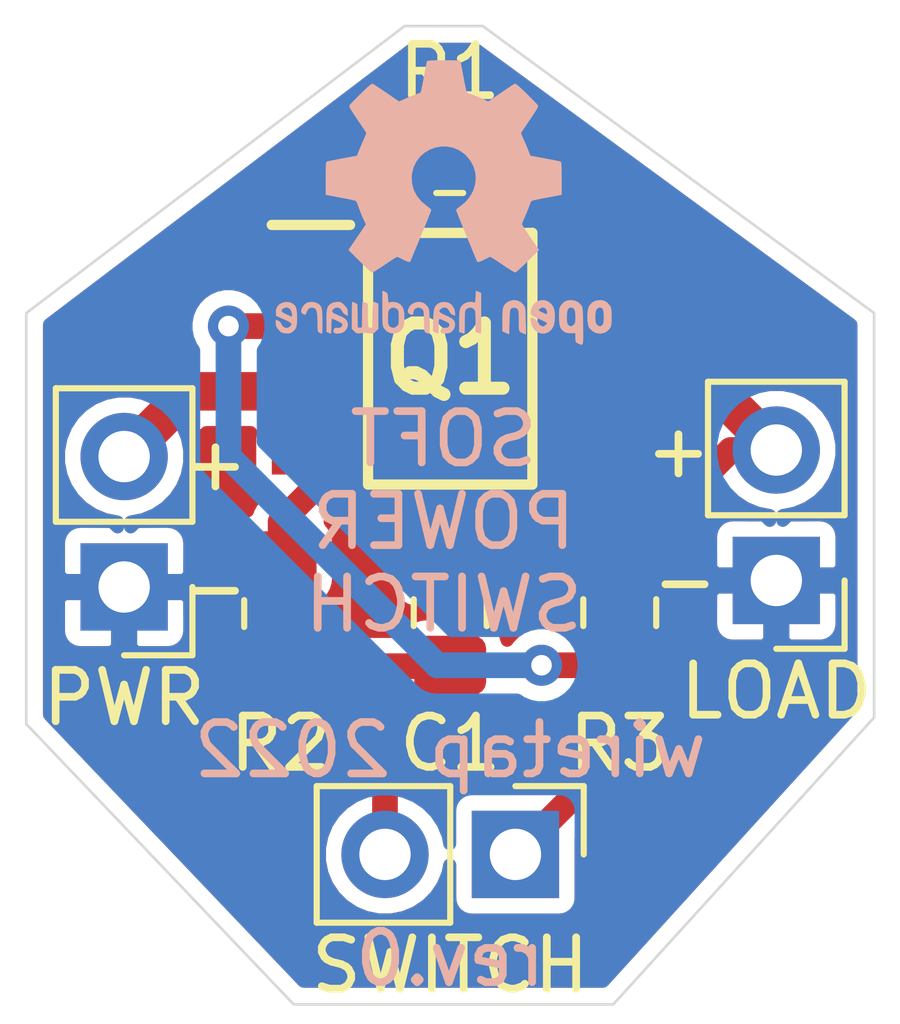
<source format=kicad_pcb>
(kicad_pcb (version 20171130) (host pcbnew "(5.1.6)-1")

  (general
    (thickness 1.6)
    (drawings 18)
    (tracks 33)
    (zones 0)
    (modules 9)
    (nets 9)
  )

  (page A4)
  (layers
    (0 F.Cu signal)
    (31 B.Cu signal)
    (32 B.Adhes user)
    (33 F.Adhes user)
    (34 B.Paste user)
    (35 F.Paste user)
    (36 B.SilkS user)
    (37 F.SilkS user)
    (38 B.Mask user)
    (39 F.Mask user)
    (40 Dwgs.User user)
    (41 Cmts.User user)
    (42 Eco1.User user)
    (43 Eco2.User user)
    (44 Edge.Cuts user)
    (45 Margin user)
    (46 B.CrtYd user)
    (47 F.CrtYd user)
    (48 B.Fab user)
    (49 F.Fab user)
  )

  (setup
    (last_trace_width 0.5)
    (user_trace_width 0.5)
    (user_trace_width 0.75)
    (user_trace_width 1)
    (trace_clearance 0.2)
    (zone_clearance 0.508)
    (zone_45_only no)
    (trace_min 0.2)
    (via_size 0.8)
    (via_drill 0.4)
    (via_min_size 0.4)
    (via_min_drill 0.3)
    (uvia_size 0.3)
    (uvia_drill 0.1)
    (uvias_allowed no)
    (uvia_min_size 0.2)
    (uvia_min_drill 0.1)
    (edge_width 0.05)
    (segment_width 0.2)
    (pcb_text_width 0.3)
    (pcb_text_size 1.5 1.5)
    (mod_edge_width 0.12)
    (mod_text_size 1 1)
    (mod_text_width 0.15)
    (pad_size 1.524 1.524)
    (pad_drill 0.762)
    (pad_to_mask_clearance 0.05)
    (aux_axis_origin 0 0)
    (visible_elements FFFFFF7F)
    (pcbplotparams
      (layerselection 0x010fc_ffffffff)
      (usegerberextensions false)
      (usegerberattributes true)
      (usegerberadvancedattributes true)
      (creategerberjobfile true)
      (excludeedgelayer true)
      (linewidth 0.100000)
      (plotframeref false)
      (viasonmask false)
      (mode 1)
      (useauxorigin false)
      (hpglpennumber 1)
      (hpglpenspeed 20)
      (hpglpendiameter 15.000000)
      (psnegative false)
      (psa4output false)
      (plotreference true)
      (plotvalue true)
      (plotinvisibletext false)
      (padsonsilk false)
      (subtractmaskfromsilk false)
      (outputformat 1)
      (mirror false)
      (drillshape 0)
      (scaleselection 1)
      (outputdirectory "//192.168.1.100/Personal/Charlie/~Retro/~PCB's and Kits/Soft Power Switch - Simple/soft-power-sw-simple/gerbers/"))
  )

  (net 0 "")
  (net 1 "Net-(C1-Pad1)")
  (net 2 GND)
  (net 3 "Net-(J1-Pad2)")
  (net 4 "Net-(J2-Pad1)")
  (net 5 "Net-(J3-Pad2)")
  (net 6 "Net-(Q1-Pad4)")
  (net 7 "Net-(Q1-Pad5)")
  (net 8 "Net-(Q1-Pad7)")

  (net_class Default "This is the default net class."
    (clearance 0.2)
    (trace_width 0.25)
    (via_dia 0.8)
    (via_drill 0.4)
    (uvia_dia 0.3)
    (uvia_drill 0.1)
    (add_net GND)
    (add_net "Net-(C1-Pad1)")
    (add_net "Net-(J1-Pad2)")
    (add_net "Net-(J2-Pad1)")
    (add_net "Net-(J3-Pad2)")
    (add_net "Net-(Q1-Pad4)")
    (add_net "Net-(Q1-Pad5)")
    (add_net "Net-(Q1-Pad7)")
  )

  (module Symbol:OSHW-Logo2_7.3x6mm_SilkScreen (layer B.Cu) (tedit 0) (tstamp 63212F90)
    (at 144.145 94.234 180)
    (descr "Open Source Hardware Symbol")
    (tags "Logo Symbol OSHW")
    (attr virtual)
    (fp_text reference REF** (at 0 0) (layer B.SilkS) hide
      (effects (font (size 1 1) (thickness 0.15)) (justify mirror))
    )
    (fp_text value OSHW-Logo2_7.3x6mm_SilkScreen (at 0.75 0) (layer B.Fab) hide
      (effects (font (size 1 1) (thickness 0.15)) (justify mirror))
    )
    (fp_poly (pts (xy -2.400256 -1.919918) (xy -2.344799 -1.947568) (xy -2.295852 -1.99848) (xy -2.282371 -2.017338)
      (xy -2.267686 -2.042015) (xy -2.258158 -2.068816) (xy -2.252707 -2.104587) (xy -2.250253 -2.156169)
      (xy -2.249714 -2.224267) (xy -2.252148 -2.317588) (xy -2.260606 -2.387657) (xy -2.276826 -2.439931)
      (xy -2.302546 -2.479869) (xy -2.339503 -2.512929) (xy -2.342218 -2.514886) (xy -2.37864 -2.534908)
      (xy -2.422498 -2.544815) (xy -2.478276 -2.547257) (xy -2.568952 -2.547257) (xy -2.56899 -2.635283)
      (xy -2.569834 -2.684308) (xy -2.574976 -2.713065) (xy -2.588413 -2.730311) (xy -2.614142 -2.744808)
      (xy -2.620321 -2.747769) (xy -2.649236 -2.761648) (xy -2.671624 -2.770414) (xy -2.688271 -2.771171)
      (xy -2.699964 -2.761023) (xy -2.70749 -2.737073) (xy -2.711634 -2.696426) (xy -2.713185 -2.636186)
      (xy -2.712929 -2.553455) (xy -2.711651 -2.445339) (xy -2.711252 -2.413) (xy -2.709815 -2.301524)
      (xy -2.708528 -2.228603) (xy -2.569029 -2.228603) (xy -2.568245 -2.290499) (xy -2.56476 -2.330997)
      (xy -2.556876 -2.357708) (xy -2.542895 -2.378244) (xy -2.533403 -2.38826) (xy -2.494596 -2.417567)
      (xy -2.460237 -2.419952) (xy -2.424784 -2.39575) (xy -2.423886 -2.394857) (xy -2.409461 -2.376153)
      (xy -2.400687 -2.350732) (xy -2.396261 -2.311584) (xy -2.394882 -2.251697) (xy -2.394857 -2.23843)
      (xy -2.398188 -2.155901) (xy -2.409031 -2.098691) (xy -2.42866 -2.063766) (xy -2.45835 -2.048094)
      (xy -2.475509 -2.046514) (xy -2.516234 -2.053926) (xy -2.544168 -2.07833) (xy -2.560983 -2.12298)
      (xy -2.56835 -2.19113) (xy -2.569029 -2.228603) (xy -2.708528 -2.228603) (xy -2.708292 -2.215245)
      (xy -2.706323 -2.150333) (xy -2.70355 -2.102958) (xy -2.699612 -2.06929) (xy -2.694151 -2.045498)
      (xy -2.686808 -2.027753) (xy -2.677223 -2.012224) (xy -2.673113 -2.006381) (xy -2.618595 -1.951185)
      (xy -2.549664 -1.91989) (xy -2.469928 -1.911165) (xy -2.400256 -1.919918)) (layer B.SilkS) (width 0.01))
    (fp_poly (pts (xy -1.283907 -1.92778) (xy -1.237328 -1.954723) (xy -1.204943 -1.981466) (xy -1.181258 -2.009484)
      (xy -1.164941 -2.043748) (xy -1.154661 -2.089227) (xy -1.149086 -2.150892) (xy -1.146884 -2.233711)
      (xy -1.146629 -2.293246) (xy -1.146629 -2.512391) (xy -1.208314 -2.540044) (xy -1.27 -2.567697)
      (xy -1.277257 -2.32767) (xy -1.280256 -2.238028) (xy -1.283402 -2.172962) (xy -1.287299 -2.128026)
      (xy -1.292553 -2.09877) (xy -1.299769 -2.080748) (xy -1.30955 -2.069511) (xy -1.312688 -2.067079)
      (xy -1.360239 -2.048083) (xy -1.408303 -2.0556) (xy -1.436914 -2.075543) (xy -1.448553 -2.089675)
      (xy -1.456609 -2.10822) (xy -1.461729 -2.136334) (xy -1.464559 -2.179173) (xy -1.465744 -2.241895)
      (xy -1.465943 -2.307261) (xy -1.465982 -2.389268) (xy -1.467386 -2.447316) (xy -1.472086 -2.486465)
      (xy -1.482013 -2.51178) (xy -1.499097 -2.528323) (xy -1.525268 -2.541156) (xy -1.560225 -2.554491)
      (xy -1.598404 -2.569007) (xy -1.593859 -2.311389) (xy -1.592029 -2.218519) (xy -1.589888 -2.149889)
      (xy -1.586819 -2.100711) (xy -1.582206 -2.066198) (xy -1.575432 -2.041562) (xy -1.565881 -2.022016)
      (xy -1.554366 -2.00477) (xy -1.49881 -1.94968) (xy -1.43102 -1.917822) (xy -1.357287 -1.910191)
      (xy -1.283907 -1.92778)) (layer B.SilkS) (width 0.01))
    (fp_poly (pts (xy -2.958885 -1.921962) (xy -2.890855 -1.957733) (xy -2.840649 -2.015301) (xy -2.822815 -2.052312)
      (xy -2.808937 -2.107882) (xy -2.801833 -2.178096) (xy -2.80116 -2.254727) (xy -2.806573 -2.329552)
      (xy -2.81773 -2.394342) (xy -2.834286 -2.440873) (xy -2.839374 -2.448887) (xy -2.899645 -2.508707)
      (xy -2.971231 -2.544535) (xy -3.048908 -2.55502) (xy -3.127452 -2.53881) (xy -3.149311 -2.529092)
      (xy -3.191878 -2.499143) (xy -3.229237 -2.459433) (xy -3.232768 -2.454397) (xy -3.247119 -2.430124)
      (xy -3.256606 -2.404178) (xy -3.26221 -2.370022) (xy -3.264914 -2.321119) (xy -3.265701 -2.250935)
      (xy -3.265714 -2.2352) (xy -3.265678 -2.230192) (xy -3.120571 -2.230192) (xy -3.119727 -2.29643)
      (xy -3.116404 -2.340386) (xy -3.109417 -2.368779) (xy -3.097584 -2.388325) (xy -3.091543 -2.394857)
      (xy -3.056814 -2.41968) (xy -3.023097 -2.418548) (xy -2.989005 -2.397016) (xy -2.968671 -2.374029)
      (xy -2.956629 -2.340478) (xy -2.949866 -2.287569) (xy -2.949402 -2.281399) (xy -2.948248 -2.185513)
      (xy -2.960312 -2.114299) (xy -2.98543 -2.068194) (xy -3.02344 -2.047635) (xy -3.037008 -2.046514)
      (xy -3.072636 -2.052152) (xy -3.097006 -2.071686) (xy -3.111907 -2.109042) (xy -3.119125 -2.16815)
      (xy -3.120571 -2.230192) (xy -3.265678 -2.230192) (xy -3.265174 -2.160413) (xy -3.262904 -2.108159)
      (xy -3.257932 -2.071949) (xy -3.249287 -2.045299) (xy -3.235995 -2.021722) (xy -3.233057 -2.017338)
      (xy -3.183687 -1.958249) (xy -3.129891 -1.923947) (xy -3.064398 -1.910331) (xy -3.042158 -1.909665)
      (xy -2.958885 -1.921962)) (layer B.SilkS) (width 0.01))
    (fp_poly (pts (xy -1.831697 -1.931239) (xy -1.774473 -1.969735) (xy -1.730251 -2.025335) (xy -1.703833 -2.096086)
      (xy -1.69849 -2.148162) (xy -1.699097 -2.169893) (xy -1.704178 -2.186531) (xy -1.718145 -2.201437)
      (xy -1.745411 -2.217973) (xy -1.790388 -2.239498) (xy -1.857489 -2.269374) (xy -1.857829 -2.269524)
      (xy -1.919593 -2.297813) (xy -1.970241 -2.322933) (xy -2.004596 -2.342179) (xy -2.017482 -2.352848)
      (xy -2.017486 -2.352934) (xy -2.006128 -2.376166) (xy -1.979569 -2.401774) (xy -1.949077 -2.420221)
      (xy -1.93363 -2.423886) (xy -1.891485 -2.411212) (xy -1.855192 -2.379471) (xy -1.837483 -2.344572)
      (xy -1.820448 -2.318845) (xy -1.787078 -2.289546) (xy -1.747851 -2.264235) (xy -1.713244 -2.250471)
      (xy -1.706007 -2.249714) (xy -1.697861 -2.26216) (xy -1.69737 -2.293972) (xy -1.703357 -2.336866)
      (xy -1.714643 -2.382558) (xy -1.73005 -2.422761) (xy -1.730829 -2.424322) (xy -1.777196 -2.489062)
      (xy -1.837289 -2.533097) (xy -1.905535 -2.554711) (xy -1.976362 -2.552185) (xy -2.044196 -2.523804)
      (xy -2.047212 -2.521808) (xy -2.100573 -2.473448) (xy -2.13566 -2.410352) (xy -2.155078 -2.327387)
      (xy -2.157684 -2.304078) (xy -2.162299 -2.194055) (xy -2.156767 -2.142748) (xy -2.017486 -2.142748)
      (xy -2.015676 -2.174753) (xy -2.005778 -2.184093) (xy -1.981102 -2.177105) (xy -1.942205 -2.160587)
      (xy -1.898725 -2.139881) (xy -1.897644 -2.139333) (xy -1.860791 -2.119949) (xy -1.846 -2.107013)
      (xy -1.849647 -2.093451) (xy -1.865005 -2.075632) (xy -1.904077 -2.049845) (xy -1.946154 -2.04795)
      (xy -1.983897 -2.066717) (xy -2.009966 -2.102915) (xy -2.017486 -2.142748) (xy -2.156767 -2.142748)
      (xy -2.152806 -2.106027) (xy -2.12845 -2.036212) (xy -2.094544 -1.987302) (xy -2.033347 -1.937878)
      (xy -1.965937 -1.913359) (xy -1.89712 -1.911797) (xy -1.831697 -1.931239)) (layer B.SilkS) (width 0.01))
    (fp_poly (pts (xy -0.624114 -1.851289) (xy -0.619861 -1.910613) (xy -0.614975 -1.945572) (xy -0.608205 -1.96082)
      (xy -0.598298 -1.961015) (xy -0.595086 -1.959195) (xy -0.552356 -1.946015) (xy -0.496773 -1.946785)
      (xy -0.440263 -1.960333) (xy -0.404918 -1.977861) (xy -0.368679 -2.005861) (xy -0.342187 -2.037549)
      (xy -0.324001 -2.077813) (xy -0.312678 -2.131543) (xy -0.306778 -2.203626) (xy -0.304857 -2.298951)
      (xy -0.304823 -2.317237) (xy -0.3048 -2.522646) (xy -0.350509 -2.53858) (xy -0.382973 -2.54942)
      (xy -0.400785 -2.554468) (xy -0.401309 -2.554514) (xy -0.403063 -2.540828) (xy -0.404556 -2.503076)
      (xy -0.405674 -2.446224) (xy -0.406303 -2.375234) (xy -0.4064 -2.332073) (xy -0.406602 -2.246973)
      (xy -0.407642 -2.185981) (xy -0.410169 -2.144177) (xy -0.414836 -2.116642) (xy -0.422293 -2.098456)
      (xy -0.433189 -2.084698) (xy -0.439993 -2.078073) (xy -0.486728 -2.051375) (xy -0.537728 -2.049375)
      (xy -0.583999 -2.071955) (xy -0.592556 -2.080107) (xy -0.605107 -2.095436) (xy -0.613812 -2.113618)
      (xy -0.619369 -2.139909) (xy -0.622474 -2.179562) (xy -0.623824 -2.237832) (xy -0.624114 -2.318173)
      (xy -0.624114 -2.522646) (xy -0.669823 -2.53858) (xy -0.702287 -2.54942) (xy -0.720099 -2.554468)
      (xy -0.720623 -2.554514) (xy -0.721963 -2.540623) (xy -0.723172 -2.501439) (xy -0.724199 -2.4407)
      (xy -0.724998 -2.362141) (xy -0.725519 -2.269498) (xy -0.725714 -2.166509) (xy -0.725714 -1.769342)
      (xy -0.678543 -1.749444) (xy -0.631371 -1.729547) (xy -0.624114 -1.851289)) (layer B.SilkS) (width 0.01))
    (fp_poly (pts (xy 0.039744 -1.950968) (xy 0.096616 -1.972087) (xy 0.097267 -1.972493) (xy 0.13244 -1.99838)
      (xy 0.158407 -2.028633) (xy 0.17667 -2.068058) (xy 0.188732 -2.121462) (xy 0.196096 -2.193651)
      (xy 0.200264 -2.289432) (xy 0.200629 -2.303078) (xy 0.205876 -2.508842) (xy 0.161716 -2.531678)
      (xy 0.129763 -2.54711) (xy 0.11047 -2.554423) (xy 0.109578 -2.554514) (xy 0.106239 -2.541022)
      (xy 0.103587 -2.504626) (xy 0.101956 -2.451452) (xy 0.1016 -2.408393) (xy 0.101592 -2.338641)
      (xy 0.098403 -2.294837) (xy 0.087288 -2.273944) (xy 0.063501 -2.272925) (xy 0.022296 -2.288741)
      (xy -0.039914 -2.317815) (xy -0.085659 -2.341963) (xy -0.109187 -2.362913) (xy -0.116104 -2.385747)
      (xy -0.116114 -2.386877) (xy -0.104701 -2.426212) (xy -0.070908 -2.447462) (xy -0.019191 -2.450539)
      (xy 0.018061 -2.450006) (xy 0.037703 -2.460735) (xy 0.049952 -2.486505) (xy 0.057002 -2.519337)
      (xy 0.046842 -2.537966) (xy 0.043017 -2.540632) (xy 0.007001 -2.55134) (xy -0.043434 -2.552856)
      (xy -0.095374 -2.545759) (xy -0.132178 -2.532788) (xy -0.183062 -2.489585) (xy -0.211986 -2.429446)
      (xy -0.217714 -2.382462) (xy -0.213343 -2.340082) (xy -0.197525 -2.305488) (xy -0.166203 -2.274763)
      (xy -0.115322 -2.24399) (xy -0.040824 -2.209252) (xy -0.036286 -2.207288) (xy 0.030821 -2.176287)
      (xy 0.072232 -2.150862) (xy 0.089981 -2.128014) (xy 0.086107 -2.104745) (xy 0.062643 -2.078056)
      (xy 0.055627 -2.071914) (xy 0.00863 -2.0481) (xy -0.040067 -2.049103) (xy -0.082478 -2.072451)
      (xy -0.110616 -2.115675) (xy -0.113231 -2.12416) (xy -0.138692 -2.165308) (xy -0.170999 -2.185128)
      (xy -0.217714 -2.20477) (xy -0.217714 -2.15395) (xy -0.203504 -2.080082) (xy -0.161325 -2.012327)
      (xy -0.139376 -1.989661) (xy -0.089483 -1.960569) (xy -0.026033 -1.9474) (xy 0.039744 -1.950968)) (layer B.SilkS) (width 0.01))
    (fp_poly (pts (xy 0.529926 -1.949755) (xy 0.595858 -1.974084) (xy 0.649273 -2.017117) (xy 0.670164 -2.047409)
      (xy 0.692939 -2.102994) (xy 0.692466 -2.143186) (xy 0.668562 -2.170217) (xy 0.659717 -2.174813)
      (xy 0.62153 -2.189144) (xy 0.602028 -2.185472) (xy 0.595422 -2.161407) (xy 0.595086 -2.148114)
      (xy 0.582992 -2.09921) (xy 0.551471 -2.064999) (xy 0.507659 -2.048476) (xy 0.458695 -2.052634)
      (xy 0.418894 -2.074227) (xy 0.40545 -2.086544) (xy 0.395921 -2.101487) (xy 0.389485 -2.124075)
      (xy 0.385317 -2.159328) (xy 0.382597 -2.212266) (xy 0.380502 -2.287907) (xy 0.37996 -2.311857)
      (xy 0.377981 -2.39379) (xy 0.375731 -2.451455) (xy 0.372357 -2.489608) (xy 0.367006 -2.513004)
      (xy 0.358824 -2.526398) (xy 0.346959 -2.534545) (xy 0.339362 -2.538144) (xy 0.307102 -2.550452)
      (xy 0.288111 -2.554514) (xy 0.281836 -2.540948) (xy 0.278006 -2.499934) (xy 0.2766 -2.430999)
      (xy 0.277598 -2.333669) (xy 0.277908 -2.318657) (xy 0.280101 -2.229859) (xy 0.282693 -2.165019)
      (xy 0.286382 -2.119067) (xy 0.291864 -2.086935) (xy 0.299835 -2.063553) (xy 0.310993 -2.043852)
      (xy 0.31683 -2.03541) (xy 0.350296 -1.998057) (xy 0.387727 -1.969003) (xy 0.392309 -1.966467)
      (xy 0.459426 -1.946443) (xy 0.529926 -1.949755)) (layer B.SilkS) (width 0.01))
    (fp_poly (pts (xy 1.190117 -2.065358) (xy 1.189933 -2.173837) (xy 1.189219 -2.257287) (xy 1.187675 -2.319704)
      (xy 1.185001 -2.365085) (xy 1.180894 -2.397429) (xy 1.175055 -2.420733) (xy 1.167182 -2.438995)
      (xy 1.161221 -2.449418) (xy 1.111855 -2.505945) (xy 1.049264 -2.541377) (xy 0.980013 -2.55409)
      (xy 0.910668 -2.542463) (xy 0.869375 -2.521568) (xy 0.826025 -2.485422) (xy 0.796481 -2.441276)
      (xy 0.778655 -2.383462) (xy 0.770463 -2.306313) (xy 0.769302 -2.249714) (xy 0.769458 -2.245647)
      (xy 0.870857 -2.245647) (xy 0.871476 -2.31055) (xy 0.874314 -2.353514) (xy 0.88084 -2.381622)
      (xy 0.892523 -2.401953) (xy 0.906483 -2.417288) (xy 0.953365 -2.44689) (xy 1.003701 -2.449419)
      (xy 1.051276 -2.424705) (xy 1.054979 -2.421356) (xy 1.070783 -2.403935) (xy 1.080693 -2.383209)
      (xy 1.086058 -2.352362) (xy 1.088228 -2.304577) (xy 1.088571 -2.251748) (xy 1.087827 -2.185381)
      (xy 1.084748 -2.141106) (xy 1.078061 -2.112009) (xy 1.066496 -2.091173) (xy 1.057013 -2.080107)
      (xy 1.01296 -2.052198) (xy 0.962224 -2.048843) (xy 0.913796 -2.070159) (xy 0.90445 -2.078073)
      (xy 0.88854 -2.095647) (xy 0.87861 -2.116587) (xy 0.873278 -2.147782) (xy 0.871163 -2.196122)
      (xy 0.870857 -2.245647) (xy 0.769458 -2.245647) (xy 0.77281 -2.158568) (xy 0.784726 -2.090086)
      (xy 0.807135 -2.0386) (xy 0.842124 -1.998443) (xy 0.869375 -1.977861) (xy 0.918907 -1.955625)
      (xy 0.976316 -1.945304) (xy 1.029682 -1.948067) (xy 1.059543 -1.959212) (xy 1.071261 -1.962383)
      (xy 1.079037 -1.950557) (xy 1.084465 -1.918866) (xy 1.088571 -1.870593) (xy 1.093067 -1.816829)
      (xy 1.099313 -1.784482) (xy 1.110676 -1.765985) (xy 1.130528 -1.75377) (xy 1.143 -1.748362)
      (xy 1.190171 -1.728601) (xy 1.190117 -2.065358)) (layer B.SilkS) (width 0.01))
    (fp_poly (pts (xy 1.779833 -1.958663) (xy 1.782048 -1.99685) (xy 1.783784 -2.054886) (xy 1.784899 -2.12818)
      (xy 1.785257 -2.205055) (xy 1.785257 -2.465196) (xy 1.739326 -2.511127) (xy 1.707675 -2.539429)
      (xy 1.67989 -2.550893) (xy 1.641915 -2.550168) (xy 1.62684 -2.548321) (xy 1.579726 -2.542948)
      (xy 1.540756 -2.539869) (xy 1.531257 -2.539585) (xy 1.499233 -2.541445) (xy 1.453432 -2.546114)
      (xy 1.435674 -2.548321) (xy 1.392057 -2.551735) (xy 1.362745 -2.54432) (xy 1.33368 -2.521427)
      (xy 1.323188 -2.511127) (xy 1.277257 -2.465196) (xy 1.277257 -1.978602) (xy 1.314226 -1.961758)
      (xy 1.346059 -1.949282) (xy 1.364683 -1.944914) (xy 1.369458 -1.958718) (xy 1.373921 -1.997286)
      (xy 1.377775 -2.056356) (xy 1.380722 -2.131663) (xy 1.382143 -2.195286) (xy 1.386114 -2.445657)
      (xy 1.420759 -2.450556) (xy 1.452268 -2.447131) (xy 1.467708 -2.436041) (xy 1.472023 -2.415308)
      (xy 1.475708 -2.371145) (xy 1.478469 -2.309146) (xy 1.480012 -2.234909) (xy 1.480235 -2.196706)
      (xy 1.480457 -1.976783) (xy 1.526166 -1.960849) (xy 1.558518 -1.950015) (xy 1.576115 -1.944962)
      (xy 1.576623 -1.944914) (xy 1.578388 -1.958648) (xy 1.580329 -1.99673) (xy 1.582282 -2.054482)
      (xy 1.584084 -2.127227) (xy 1.585343 -2.195286) (xy 1.589314 -2.445657) (xy 1.6764 -2.445657)
      (xy 1.680396 -2.21724) (xy 1.684392 -1.988822) (xy 1.726847 -1.966868) (xy 1.758192 -1.951793)
      (xy 1.776744 -1.944951) (xy 1.777279 -1.944914) (xy 1.779833 -1.958663)) (layer B.SilkS) (width 0.01))
    (fp_poly (pts (xy 2.144876 -1.956335) (xy 2.186667 -1.975344) (xy 2.219469 -1.998378) (xy 2.243503 -2.024133)
      (xy 2.260097 -2.057358) (xy 2.270577 -2.1028) (xy 2.276271 -2.165207) (xy 2.278507 -2.249327)
      (xy 2.278743 -2.304721) (xy 2.278743 -2.520826) (xy 2.241774 -2.53767) (xy 2.212656 -2.549981)
      (xy 2.198231 -2.554514) (xy 2.195472 -2.541025) (xy 2.193282 -2.504653) (xy 2.191942 -2.451542)
      (xy 2.191657 -2.409372) (xy 2.190434 -2.348447) (xy 2.187136 -2.300115) (xy 2.182321 -2.270518)
      (xy 2.178496 -2.264229) (xy 2.152783 -2.270652) (xy 2.112418 -2.287125) (xy 2.065679 -2.309458)
      (xy 2.020845 -2.333457) (xy 1.986193 -2.35493) (xy 1.970002 -2.369685) (xy 1.969938 -2.369845)
      (xy 1.97133 -2.397152) (xy 1.983818 -2.423219) (xy 2.005743 -2.444392) (xy 2.037743 -2.451474)
      (xy 2.065092 -2.450649) (xy 2.103826 -2.450042) (xy 2.124158 -2.459116) (xy 2.136369 -2.483092)
      (xy 2.137909 -2.487613) (xy 2.143203 -2.521806) (xy 2.129047 -2.542568) (xy 2.092148 -2.552462)
      (xy 2.052289 -2.554292) (xy 1.980562 -2.540727) (xy 1.943432 -2.521355) (xy 1.897576 -2.475845)
      (xy 1.873256 -2.419983) (xy 1.871073 -2.360957) (xy 1.891629 -2.305953) (xy 1.922549 -2.271486)
      (xy 1.95342 -2.252189) (xy 2.001942 -2.227759) (xy 2.058485 -2.202985) (xy 2.06791 -2.199199)
      (xy 2.130019 -2.171791) (xy 2.165822 -2.147634) (xy 2.177337 -2.123619) (xy 2.16658 -2.096635)
      (xy 2.148114 -2.075543) (xy 2.104469 -2.049572) (xy 2.056446 -2.047624) (xy 2.012406 -2.067637)
      (xy 1.980709 -2.107551) (xy 1.976549 -2.117848) (xy 1.952327 -2.155724) (xy 1.916965 -2.183842)
      (xy 1.872343 -2.206917) (xy 1.872343 -2.141485) (xy 1.874969 -2.101506) (xy 1.88623 -2.069997)
      (xy 1.911199 -2.036378) (xy 1.935169 -2.010484) (xy 1.972441 -1.973817) (xy 2.001401 -1.954121)
      (xy 2.032505 -1.94622) (xy 2.067713 -1.944914) (xy 2.144876 -1.956335)) (layer B.SilkS) (width 0.01))
    (fp_poly (pts (xy 2.6526 -1.958752) (xy 2.669948 -1.966334) (xy 2.711356 -1.999128) (xy 2.746765 -2.046547)
      (xy 2.768664 -2.097151) (xy 2.772229 -2.122098) (xy 2.760279 -2.156927) (xy 2.734067 -2.175357)
      (xy 2.705964 -2.186516) (xy 2.693095 -2.188572) (xy 2.686829 -2.173649) (xy 2.674456 -2.141175)
      (xy 2.669028 -2.126502) (xy 2.63859 -2.075744) (xy 2.59452 -2.050427) (xy 2.53801 -2.051206)
      (xy 2.533825 -2.052203) (xy 2.503655 -2.066507) (xy 2.481476 -2.094393) (xy 2.466327 -2.139287)
      (xy 2.45725 -2.204615) (xy 2.453286 -2.293804) (xy 2.452914 -2.341261) (xy 2.45273 -2.416071)
      (xy 2.451522 -2.467069) (xy 2.448309 -2.499471) (xy 2.442109 -2.518495) (xy 2.43194 -2.529356)
      (xy 2.416819 -2.537272) (xy 2.415946 -2.53767) (xy 2.386828 -2.549981) (xy 2.372403 -2.554514)
      (xy 2.370186 -2.540809) (xy 2.368289 -2.502925) (xy 2.366847 -2.445715) (xy 2.365998 -2.374027)
      (xy 2.365829 -2.321565) (xy 2.366692 -2.220047) (xy 2.37007 -2.143032) (xy 2.377142 -2.086023)
      (xy 2.389088 -2.044526) (xy 2.40709 -2.014043) (xy 2.432327 -1.99008) (xy 2.457247 -1.973355)
      (xy 2.517171 -1.951097) (xy 2.586911 -1.946076) (xy 2.6526 -1.958752)) (layer B.SilkS) (width 0.01))
    (fp_poly (pts (xy 3.153595 -1.966966) (xy 3.211021 -2.004497) (xy 3.238719 -2.038096) (xy 3.260662 -2.099064)
      (xy 3.262405 -2.147308) (xy 3.258457 -2.211816) (xy 3.109686 -2.276934) (xy 3.037349 -2.310202)
      (xy 2.990084 -2.336964) (xy 2.965507 -2.360144) (xy 2.961237 -2.382667) (xy 2.974889 -2.407455)
      (xy 2.989943 -2.423886) (xy 3.033746 -2.450235) (xy 3.081389 -2.452081) (xy 3.125145 -2.431546)
      (xy 3.157289 -2.390752) (xy 3.163038 -2.376347) (xy 3.190576 -2.331356) (xy 3.222258 -2.312182)
      (xy 3.265714 -2.295779) (xy 3.265714 -2.357966) (xy 3.261872 -2.400283) (xy 3.246823 -2.435969)
      (xy 3.21528 -2.476943) (xy 3.210592 -2.482267) (xy 3.175506 -2.51872) (xy 3.145347 -2.538283)
      (xy 3.107615 -2.547283) (xy 3.076335 -2.55023) (xy 3.020385 -2.550965) (xy 2.980555 -2.54166)
      (xy 2.955708 -2.527846) (xy 2.916656 -2.497467) (xy 2.889625 -2.464613) (xy 2.872517 -2.423294)
      (xy 2.863238 -2.367521) (xy 2.859693 -2.291305) (xy 2.85941 -2.252622) (xy 2.860372 -2.206247)
      (xy 2.948007 -2.206247) (xy 2.949023 -2.231126) (xy 2.951556 -2.2352) (xy 2.968274 -2.229665)
      (xy 3.004249 -2.215017) (xy 3.052331 -2.19419) (xy 3.062386 -2.189714) (xy 3.123152 -2.158814)
      (xy 3.156632 -2.131657) (xy 3.16399 -2.10622) (xy 3.146391 -2.080481) (xy 3.131856 -2.069109)
      (xy 3.07941 -2.046364) (xy 3.030322 -2.050122) (xy 2.989227 -2.077884) (xy 2.960758 -2.127152)
      (xy 2.951631 -2.166257) (xy 2.948007 -2.206247) (xy 2.860372 -2.206247) (xy 2.861285 -2.162249)
      (xy 2.868196 -2.095384) (xy 2.881884 -2.046695) (xy 2.904096 -2.010849) (xy 2.936574 -1.982513)
      (xy 2.950733 -1.973355) (xy 3.015053 -1.949507) (xy 3.085473 -1.948006) (xy 3.153595 -1.966966)) (layer B.SilkS) (width 0.01))
    (fp_poly (pts (xy 0.10391 2.757652) (xy 0.182454 2.757222) (xy 0.239298 2.756058) (xy 0.278105 2.753793)
      (xy 0.302538 2.75006) (xy 0.316262 2.744494) (xy 0.32294 2.736727) (xy 0.326236 2.726395)
      (xy 0.326556 2.725057) (xy 0.331562 2.700921) (xy 0.340829 2.653299) (xy 0.353392 2.587259)
      (xy 0.368287 2.507872) (xy 0.384551 2.420204) (xy 0.385119 2.417125) (xy 0.40141 2.331211)
      (xy 0.416652 2.255304) (xy 0.429861 2.193955) (xy 0.440054 2.151718) (xy 0.446248 2.133145)
      (xy 0.446543 2.132816) (xy 0.464788 2.123747) (xy 0.502405 2.108633) (xy 0.551271 2.090738)
      (xy 0.551543 2.090642) (xy 0.613093 2.067507) (xy 0.685657 2.038035) (xy 0.754057 2.008403)
      (xy 0.757294 2.006938) (xy 0.868702 1.956374) (xy 1.115399 2.12484) (xy 1.191077 2.176197)
      (xy 1.259631 2.222111) (xy 1.317088 2.25997) (xy 1.359476 2.287163) (xy 1.382825 2.301079)
      (xy 1.385042 2.302111) (xy 1.40201 2.297516) (xy 1.433701 2.275345) (xy 1.481352 2.234553)
      (xy 1.546198 2.174095) (xy 1.612397 2.109773) (xy 1.676214 2.046388) (xy 1.733329 1.988549)
      (xy 1.780305 1.939825) (xy 1.813703 1.90379) (xy 1.830085 1.884016) (xy 1.830694 1.882998)
      (xy 1.832505 1.869428) (xy 1.825683 1.847267) (xy 1.80854 1.813522) (xy 1.779393 1.7652)
      (xy 1.736555 1.699308) (xy 1.679448 1.614483) (xy 1.628766 1.539823) (xy 1.583461 1.47286)
      (xy 1.54615 1.417484) (xy 1.519452 1.37758) (xy 1.505985 1.357038) (xy 1.505137 1.355644)
      (xy 1.506781 1.335962) (xy 1.519245 1.297707) (xy 1.540048 1.248111) (xy 1.547462 1.232272)
      (xy 1.579814 1.16171) (xy 1.614328 1.081647) (xy 1.642365 1.012371) (xy 1.662568 0.960955)
      (xy 1.678615 0.921881) (xy 1.687888 0.901459) (xy 1.689041 0.899886) (xy 1.706096 0.897279)
      (xy 1.746298 0.890137) (xy 1.804302 0.879477) (xy 1.874763 0.866315) (xy 1.952335 0.851667)
      (xy 2.031672 0.836551) (xy 2.107431 0.821982) (xy 2.174264 0.808978) (xy 2.226828 0.798555)
      (xy 2.259776 0.79173) (xy 2.267857 0.789801) (xy 2.276205 0.785038) (xy 2.282506 0.774282)
      (xy 2.287045 0.753902) (xy 2.290104 0.720266) (xy 2.291967 0.669745) (xy 2.292918 0.598708)
      (xy 2.29324 0.503524) (xy 2.293257 0.464508) (xy 2.293257 0.147201) (xy 2.217057 0.132161)
      (xy 2.174663 0.124005) (xy 2.1114 0.112101) (xy 2.034962 0.097884) (xy 1.953043 0.08279)
      (xy 1.9304 0.078645) (xy 1.854806 0.063947) (xy 1.788953 0.049495) (xy 1.738366 0.036625)
      (xy 1.708574 0.026678) (xy 1.703612 0.023713) (xy 1.691426 0.002717) (xy 1.673953 -0.037967)
      (xy 1.654577 -0.090322) (xy 1.650734 -0.1016) (xy 1.625339 -0.171523) (xy 1.593817 -0.250418)
      (xy 1.562969 -0.321266) (xy 1.562817 -0.321595) (xy 1.511447 -0.432733) (xy 1.680399 -0.681253)
      (xy 1.849352 -0.929772) (xy 1.632429 -1.147058) (xy 1.566819 -1.211726) (xy 1.506979 -1.268733)
      (xy 1.456267 -1.315033) (xy 1.418046 -1.347584) (xy 1.395675 -1.363343) (xy 1.392466 -1.364343)
      (xy 1.373626 -1.356469) (xy 1.33518 -1.334578) (xy 1.28133 -1.301267) (xy 1.216276 -1.259131)
      (xy 1.14594 -1.211943) (xy 1.074555 -1.16381) (xy 1.010908 -1.121928) (xy 0.959041 -1.088871)
      (xy 0.922995 -1.067218) (xy 0.906867 -1.059543) (xy 0.887189 -1.066037) (xy 0.849875 -1.08315)
      (xy 0.802621 -1.107326) (xy 0.797612 -1.110013) (xy 0.733977 -1.141927) (xy 0.690341 -1.157579)
      (xy 0.663202 -1.157745) (xy 0.649057 -1.143204) (xy 0.648975 -1.143) (xy 0.641905 -1.125779)
      (xy 0.625042 -1.084899) (xy 0.599695 -1.023525) (xy 0.567171 -0.944819) (xy 0.528778 -0.851947)
      (xy 0.485822 -0.748072) (xy 0.444222 -0.647502) (xy 0.398504 -0.536516) (xy 0.356526 -0.433703)
      (xy 0.319548 -0.342215) (xy 0.288827 -0.265201) (xy 0.265622 -0.205815) (xy 0.25119 -0.167209)
      (xy 0.246743 -0.1528) (xy 0.257896 -0.136272) (xy 0.287069 -0.10993) (xy 0.325971 -0.080887)
      (xy 0.436757 0.010961) (xy 0.523351 0.116241) (xy 0.584716 0.232734) (xy 0.619815 0.358224)
      (xy 0.627608 0.490493) (xy 0.621943 0.551543) (xy 0.591078 0.678205) (xy 0.53792 0.790059)
      (xy 0.465767 0.885999) (xy 0.377917 0.964924) (xy 0.277665 1.02573) (xy 0.16831 1.067313)
      (xy 0.053147 1.088572) (xy -0.064525 1.088401) (xy -0.18141 1.065699) (xy -0.294211 1.019362)
      (xy -0.399631 0.948287) (xy -0.443632 0.908089) (xy -0.528021 0.804871) (xy -0.586778 0.692075)
      (xy -0.620296 0.57299) (xy -0.628965 0.450905) (xy -0.613177 0.329107) (xy -0.573322 0.210884)
      (xy -0.509793 0.099525) (xy -0.422979 -0.001684) (xy -0.325971 -0.080887) (xy -0.285563 -0.111162)
      (xy -0.257018 -0.137219) (xy -0.246743 -0.152825) (xy -0.252123 -0.169843) (xy -0.267425 -0.2105)
      (xy -0.291388 -0.271642) (xy -0.322756 -0.350119) (xy -0.360268 -0.44278) (xy -0.402667 -0.546472)
      (xy -0.444337 -0.647526) (xy -0.49031 -0.758607) (xy -0.532893 -0.861541) (xy -0.570779 -0.953165)
      (xy -0.60266 -1.030316) (xy -0.627229 -1.089831) (xy -0.64318 -1.128544) (xy -0.64909 -1.143)
      (xy -0.663052 -1.157685) (xy -0.69006 -1.157642) (xy -0.733587 -1.142099) (xy -0.79711 -1.110284)
      (xy -0.797612 -1.110013) (xy -0.84544 -1.085323) (xy -0.884103 -1.067338) (xy -0.905905 -1.059614)
      (xy -0.906867 -1.059543) (xy -0.923279 -1.067378) (xy -0.959513 -1.089165) (xy -1.011526 -1.122328)
      (xy -1.075275 -1.164291) (xy -1.14594 -1.211943) (xy -1.217884 -1.260191) (xy -1.282726 -1.302151)
      (xy -1.336265 -1.335227) (xy -1.374303 -1.356821) (xy -1.392467 -1.364343) (xy -1.409192 -1.354457)
      (xy -1.44282 -1.326826) (xy -1.48999 -1.284495) (xy -1.547342 -1.230505) (xy -1.611516 -1.167899)
      (xy -1.632503 -1.146983) (xy -1.849501 -0.929623) (xy -1.684332 -0.68722) (xy -1.634136 -0.612781)
      (xy -1.590081 -0.545972) (xy -1.554638 -0.490665) (xy -1.530281 -0.450729) (xy -1.519478 -0.430036)
      (xy -1.519162 -0.428563) (xy -1.524857 -0.409058) (xy -1.540174 -0.369822) (xy -1.562463 -0.31743)
      (xy -1.578107 -0.282355) (xy -1.607359 -0.215201) (xy -1.634906 -0.147358) (xy -1.656263 -0.090034)
      (xy -1.662065 -0.072572) (xy -1.678548 -0.025938) (xy -1.69466 0.010095) (xy -1.70351 0.023713)
      (xy -1.72304 0.032048) (xy -1.765666 0.043863) (xy -1.825855 0.057819) (xy -1.898078 0.072578)
      (xy -1.9304 0.078645) (xy -2.012478 0.093727) (xy -2.091205 0.108331) (xy -2.158891 0.12102)
      (xy -2.20784 0.130358) (xy -2.217057 0.132161) (xy -2.293257 0.147201) (xy -2.293257 0.464508)
      (xy -2.293086 0.568846) (xy -2.292384 0.647787) (xy -2.290866 0.704962) (xy -2.288251 0.744001)
      (xy -2.284254 0.768535) (xy -2.278591 0.782195) (xy -2.27098 0.788611) (xy -2.267857 0.789801)
      (xy -2.249022 0.79402) (xy -2.207412 0.802438) (xy -2.14837 0.814039) (xy -2.077243 0.827805)
      (xy -1.999375 0.84272) (xy -1.920113 0.857768) (xy -1.844802 0.871931) (xy -1.778787 0.884194)
      (xy -1.727413 0.893539) (xy -1.696025 0.89895) (xy -1.689041 0.899886) (xy -1.682715 0.912404)
      (xy -1.66871 0.945754) (xy -1.649645 0.993623) (xy -1.642366 1.012371) (xy -1.613004 1.084805)
      (xy -1.578429 1.16483) (xy -1.547463 1.232272) (xy -1.524677 1.283841) (xy -1.509518 1.326215)
      (xy -1.504458 1.352166) (xy -1.505264 1.355644) (xy -1.515959 1.372064) (xy -1.54038 1.408583)
      (xy -1.575905 1.461313) (xy -1.619913 1.526365) (xy -1.669783 1.599849) (xy -1.679644 1.614355)
      (xy -1.737508 1.700296) (xy -1.780044 1.765739) (xy -1.808946 1.813696) (xy -1.82591 1.84718)
      (xy -1.832633 1.869205) (xy -1.83081 1.882783) (xy -1.830764 1.882869) (xy -1.816414 1.900703)
      (xy -1.784677 1.935183) (xy -1.73899 1.982732) (xy -1.682796 2.039778) (xy -1.619532 2.102745)
      (xy -1.612398 2.109773) (xy -1.53267 2.18698) (xy -1.471143 2.24367) (xy -1.426579 2.28089)
      (xy -1.397743 2.299685) (xy -1.385042 2.302111) (xy -1.366506 2.291529) (xy -1.328039 2.267084)
      (xy -1.273614 2.231388) (xy -1.207202 2.187053) (xy -1.132775 2.136689) (xy -1.115399 2.12484)
      (xy -0.868703 1.956374) (xy -0.757294 2.006938) (xy -0.689543 2.036405) (xy -0.616817 2.066041)
      (xy -0.554297 2.08967) (xy -0.551543 2.090642) (xy -0.50264 2.108543) (xy -0.464943 2.12368)
      (xy -0.446575 2.13279) (xy -0.446544 2.132816) (xy -0.440715 2.149283) (xy -0.430808 2.189781)
      (xy -0.417805 2.249758) (xy -0.402691 2.32466) (xy -0.386448 2.409936) (xy -0.385119 2.417125)
      (xy -0.368825 2.504986) (xy -0.353867 2.58474) (xy -0.341209 2.651319) (xy -0.331814 2.699653)
      (xy -0.326646 2.724675) (xy -0.326556 2.725057) (xy -0.323411 2.735701) (xy -0.317296 2.743738)
      (xy -0.304547 2.749533) (xy -0.2815 2.753453) (xy -0.244491 2.755865) (xy -0.189856 2.757135)
      (xy -0.113933 2.757629) (xy -0.013056 2.757714) (xy 0 2.757714) (xy 0.10391 2.757652)) (layer B.SilkS) (width 0.01))
  )

  (module Capacitor_SMD:C_0805_2012Metric_Pad1.15x1.40mm_HandSolder (layer F.Cu) (tedit 5B36C52B) (tstamp 632116F7)
    (at 144.272 102.226 90)
    (descr "Capacitor SMD 0805 (2012 Metric), square (rectangular) end terminal, IPC_7351 nominal with elongated pad for handsoldering. (Body size source: https://docs.google.com/spreadsheets/d/1BsfQQcO9C6DZCsRaXUlFlo91Tg2WpOkGARC1WS5S8t0/edit?usp=sharing), generated with kicad-footprint-generator")
    (tags "capacitor handsolder")
    (path /6320DFAD)
    (attr smd)
    (fp_text reference C1 (at -2.549 0 180) (layer F.SilkS)
      (effects (font (size 1 1) (thickness 0.15)))
    )
    (fp_text value 1uF (at 0 1.65 90) (layer F.Fab)
      (effects (font (size 1 1) (thickness 0.15)))
    )
    (fp_line (start 1.85 0.95) (end -1.85 0.95) (layer F.CrtYd) (width 0.05))
    (fp_line (start 1.85 -0.95) (end 1.85 0.95) (layer F.CrtYd) (width 0.05))
    (fp_line (start -1.85 -0.95) (end 1.85 -0.95) (layer F.CrtYd) (width 0.05))
    (fp_line (start -1.85 0.95) (end -1.85 -0.95) (layer F.CrtYd) (width 0.05))
    (fp_line (start -0.261252 0.71) (end 0.261252 0.71) (layer F.SilkS) (width 0.12))
    (fp_line (start -0.261252 -0.71) (end 0.261252 -0.71) (layer F.SilkS) (width 0.12))
    (fp_line (start 1 0.6) (end -1 0.6) (layer F.Fab) (width 0.1))
    (fp_line (start 1 -0.6) (end 1 0.6) (layer F.Fab) (width 0.1))
    (fp_line (start -1 -0.6) (end 1 -0.6) (layer F.Fab) (width 0.1))
    (fp_line (start -1 0.6) (end -1 -0.6) (layer F.Fab) (width 0.1))
    (fp_text user %R (at 0 0 90) (layer F.Fab)
      (effects (font (size 0.5 0.5) (thickness 0.08)))
    )
    (pad 1 smd roundrect (at -1.025 0 90) (size 1.15 1.4) (layers F.Cu F.Paste F.Mask) (roundrect_rratio 0.217391)
      (net 1 "Net-(C1-Pad1)"))
    (pad 2 smd roundrect (at 1.025 0 90) (size 1.15 1.4) (layers F.Cu F.Paste F.Mask) (roundrect_rratio 0.217391)
      (net 2 GND))
    (model ${KISYS3DMOD}/Capacitor_SMD.3dshapes/C_0805_2012Metric.wrl
      (at (xyz 0 0 0))
      (scale (xyz 1 1 1))
      (rotate (xyz 0 0 0))
    )
  )

  (module Connector_PinHeader_2.54mm:PinHeader_1x02_P2.54mm_Vertical (layer F.Cu) (tedit 59FED5CC) (tstamp 6321170D)
    (at 137.922 101.727 180)
    (descr "Through hole straight pin header, 1x02, 2.54mm pitch, single row")
    (tags "Through hole pin header THT 1x02 2.54mm single row")
    (path /6320F33D)
    (fp_text reference J1 (at 0 4.699) (layer F.SilkS) hide
      (effects (font (size 1 1) (thickness 0.15)))
    )
    (fp_text value PWR (at 0 4.87) (layer F.Fab)
      (effects (font (size 1 1) (thickness 0.15)))
    )
    (fp_line (start 1.8 -1.8) (end -1.8 -1.8) (layer F.CrtYd) (width 0.05))
    (fp_line (start 1.8 4.35) (end 1.8 -1.8) (layer F.CrtYd) (width 0.05))
    (fp_line (start -1.8 4.35) (end 1.8 4.35) (layer F.CrtYd) (width 0.05))
    (fp_line (start -1.8 -1.8) (end -1.8 4.35) (layer F.CrtYd) (width 0.05))
    (fp_line (start -1.33 -1.33) (end 0 -1.33) (layer F.SilkS) (width 0.12))
    (fp_line (start -1.33 0) (end -1.33 -1.33) (layer F.SilkS) (width 0.12))
    (fp_line (start -1.33 1.27) (end 1.33 1.27) (layer F.SilkS) (width 0.12))
    (fp_line (start 1.33 1.27) (end 1.33 3.87) (layer F.SilkS) (width 0.12))
    (fp_line (start -1.33 1.27) (end -1.33 3.87) (layer F.SilkS) (width 0.12))
    (fp_line (start -1.33 3.87) (end 1.33 3.87) (layer F.SilkS) (width 0.12))
    (fp_line (start -1.27 -0.635) (end -0.635 -1.27) (layer F.Fab) (width 0.1))
    (fp_line (start -1.27 3.81) (end -1.27 -0.635) (layer F.Fab) (width 0.1))
    (fp_line (start 1.27 3.81) (end -1.27 3.81) (layer F.Fab) (width 0.1))
    (fp_line (start 1.27 -1.27) (end 1.27 3.81) (layer F.Fab) (width 0.1))
    (fp_line (start -0.635 -1.27) (end 1.27 -1.27) (layer F.Fab) (width 0.1))
    (fp_text user %R (at 0 1.27 90) (layer F.Fab)
      (effects (font (size 1 1) (thickness 0.15)))
    )
    (pad 1 thru_hole rect (at 0 0 180) (size 1.7 1.7) (drill 1) (layers *.Cu *.Mask)
      (net 2 GND))
    (pad 2 thru_hole oval (at 0 2.54 180) (size 1.7 1.7) (drill 1) (layers *.Cu *.Mask)
      (net 3 "Net-(J1-Pad2)"))
    (model ${KISYS3DMOD}/Connector_PinHeader_2.54mm.3dshapes/PinHeader_1x02_P2.54mm_Vertical.wrl
      (at (xyz 0 0 0))
      (scale (xyz 1 1 1))
      (rotate (xyz 0 0 0))
    )
  )

  (module Connector_PinHeader_2.54mm:PinHeader_1x02_P2.54mm_Vertical (layer F.Cu) (tedit 59FED5CC) (tstamp 63211723)
    (at 145.542 106.934 270)
    (descr "Through hole straight pin header, 1x02, 2.54mm pitch, single row")
    (tags "Through hole pin header THT 1x02 2.54mm single row")
    (path /6321D835)
    (fp_text reference J2 (at 0 -2.286 180) (layer F.SilkS) hide
      (effects (font (size 1 1) (thickness 0.15)))
    )
    (fp_text value SWITCH (at 0 4.87 90) (layer F.Fab)
      (effects (font (size 1 1) (thickness 0.15)))
    )
    (fp_text user %R (at 0 1.27) (layer F.Fab)
      (effects (font (size 1 1) (thickness 0.15)))
    )
    (fp_line (start -0.635 -1.27) (end 1.27 -1.27) (layer F.Fab) (width 0.1))
    (fp_line (start 1.27 -1.27) (end 1.27 3.81) (layer F.Fab) (width 0.1))
    (fp_line (start 1.27 3.81) (end -1.27 3.81) (layer F.Fab) (width 0.1))
    (fp_line (start -1.27 3.81) (end -1.27 -0.635) (layer F.Fab) (width 0.1))
    (fp_line (start -1.27 -0.635) (end -0.635 -1.27) (layer F.Fab) (width 0.1))
    (fp_line (start -1.33 3.87) (end 1.33 3.87) (layer F.SilkS) (width 0.12))
    (fp_line (start -1.33 1.27) (end -1.33 3.87) (layer F.SilkS) (width 0.12))
    (fp_line (start 1.33 1.27) (end 1.33 3.87) (layer F.SilkS) (width 0.12))
    (fp_line (start -1.33 1.27) (end 1.33 1.27) (layer F.SilkS) (width 0.12))
    (fp_line (start -1.33 0) (end -1.33 -1.33) (layer F.SilkS) (width 0.12))
    (fp_line (start -1.33 -1.33) (end 0 -1.33) (layer F.SilkS) (width 0.12))
    (fp_line (start -1.8 -1.8) (end -1.8 4.35) (layer F.CrtYd) (width 0.05))
    (fp_line (start -1.8 4.35) (end 1.8 4.35) (layer F.CrtYd) (width 0.05))
    (fp_line (start 1.8 4.35) (end 1.8 -1.8) (layer F.CrtYd) (width 0.05))
    (fp_line (start 1.8 -1.8) (end -1.8 -1.8) (layer F.CrtYd) (width 0.05))
    (pad 2 thru_hole oval (at 0 2.54 270) (size 1.7 1.7) (drill 1) (layers *.Cu *.Mask)
      (net 1 "Net-(C1-Pad1)"))
    (pad 1 thru_hole rect (at 0 0 270) (size 1.7 1.7) (drill 1) (layers *.Cu *.Mask)
      (net 4 "Net-(J2-Pad1)"))
    (model ${KISYS3DMOD}/Connector_PinHeader_2.54mm.3dshapes/PinHeader_1x02_P2.54mm_Vertical.wrl
      (at (xyz 0 0 0))
      (scale (xyz 1 1 1))
      (rotate (xyz 0 0 0))
    )
  )

  (module Connector_PinHeader_2.54mm:PinHeader_1x02_P2.54mm_Vertical (layer F.Cu) (tedit 59FED5CC) (tstamp 63211739)
    (at 150.622 101.6 180)
    (descr "Through hole straight pin header, 1x02, 2.54mm pitch, single row")
    (tags "Through hole pin header THT 1x02 2.54mm single row")
    (path /632213DA)
    (fp_text reference J3 (at 0 -2.159) (layer F.SilkS) hide
      (effects (font (size 1 1) (thickness 0.15)))
    )
    (fp_text value LOAD (at 0 4.87) (layer F.Fab)
      (effects (font (size 1 1) (thickness 0.15)))
    )
    (fp_line (start 1.8 -1.8) (end -1.8 -1.8) (layer F.CrtYd) (width 0.05))
    (fp_line (start 1.8 4.35) (end 1.8 -1.8) (layer F.CrtYd) (width 0.05))
    (fp_line (start -1.8 4.35) (end 1.8 4.35) (layer F.CrtYd) (width 0.05))
    (fp_line (start -1.8 -1.8) (end -1.8 4.35) (layer F.CrtYd) (width 0.05))
    (fp_line (start -1.33 -1.33) (end 0 -1.33) (layer F.SilkS) (width 0.12))
    (fp_line (start -1.33 0) (end -1.33 -1.33) (layer F.SilkS) (width 0.12))
    (fp_line (start -1.33 1.27) (end 1.33 1.27) (layer F.SilkS) (width 0.12))
    (fp_line (start 1.33 1.27) (end 1.33 3.87) (layer F.SilkS) (width 0.12))
    (fp_line (start -1.33 1.27) (end -1.33 3.87) (layer F.SilkS) (width 0.12))
    (fp_line (start -1.33 3.87) (end 1.33 3.87) (layer F.SilkS) (width 0.12))
    (fp_line (start -1.27 -0.635) (end -0.635 -1.27) (layer F.Fab) (width 0.1))
    (fp_line (start -1.27 3.81) (end -1.27 -0.635) (layer F.Fab) (width 0.1))
    (fp_line (start 1.27 3.81) (end -1.27 3.81) (layer F.Fab) (width 0.1))
    (fp_line (start 1.27 -1.27) (end 1.27 3.81) (layer F.Fab) (width 0.1))
    (fp_line (start -0.635 -1.27) (end 1.27 -1.27) (layer F.Fab) (width 0.1))
    (fp_text user %R (at 0 1.27 90) (layer F.Fab)
      (effects (font (size 1 1) (thickness 0.15)))
    )
    (pad 1 thru_hole rect (at 0 0 180) (size 1.7 1.7) (drill 1) (layers *.Cu *.Mask)
      (net 2 GND))
    (pad 2 thru_hole oval (at 0 2.54 180) (size 1.7 1.7) (drill 1) (layers *.Cu *.Mask)
      (net 5 "Net-(J3-Pad2)"))
    (model ${KISYS3DMOD}/Connector_PinHeader_2.54mm.3dshapes/PinHeader_1x02_P2.54mm_Vertical.wrl
      (at (xyz 0 0 0))
      (scale (xyz 1 1 1))
      (rotate (xyz 0 0 0))
    )
  )

  (module SOIC127P600X175-8N (layer F.Cu) (tedit 0) (tstamp 63211754)
    (at 144.272 97.282)
    (descr "8 Lead SOIC-ren1")
    (tags Transistor)
    (path /6320ABE0)
    (attr smd)
    (fp_text reference Q1 (at 0 0) (layer F.SilkS)
      (effects (font (size 1.27 1.27) (thickness 0.254)))
    )
    (fp_text value IRF7319TRPBF (at 0 0) (layer F.SilkS) hide
      (effects (font (size 1.27 1.27) (thickness 0.254)))
    )
    (fp_line (start -3.475 -2.605) (end -1.95 -2.605) (layer F.SilkS) (width 0.2))
    (fp_line (start -1.6 2.45) (end -1.6 -2.45) (layer F.SilkS) (width 0.2))
    (fp_line (start 1.6 2.45) (end -1.6 2.45) (layer F.SilkS) (width 0.2))
    (fp_line (start 1.6 -2.45) (end 1.6 2.45) (layer F.SilkS) (width 0.2))
    (fp_line (start -1.6 -2.45) (end 1.6 -2.45) (layer F.SilkS) (width 0.2))
    (fp_line (start -1.95 -1.18) (end -0.68 -2.45) (layer F.Fab) (width 0.1))
    (fp_line (start -1.95 2.45) (end -1.95 -2.45) (layer F.Fab) (width 0.1))
    (fp_line (start 1.95 2.45) (end -1.95 2.45) (layer F.Fab) (width 0.1))
    (fp_line (start 1.95 -2.45) (end 1.95 2.45) (layer F.Fab) (width 0.1))
    (fp_line (start -1.95 -2.45) (end 1.95 -2.45) (layer F.Fab) (width 0.1))
    (fp_line (start -3.725 2.75) (end -3.725 -2.75) (layer F.CrtYd) (width 0.05))
    (fp_line (start 3.725 2.75) (end -3.725 2.75) (layer F.CrtYd) (width 0.05))
    (fp_line (start 3.725 -2.75) (end 3.725 2.75) (layer F.CrtYd) (width 0.05))
    (fp_line (start -3.725 -2.75) (end 3.725 -2.75) (layer F.CrtYd) (width 0.05))
    (fp_text user %R (at 0 0) (layer F.Fab)
      (effects (font (size 1.27 1.27) (thickness 0.254)))
    )
    (pad 1 smd rect (at -2.712 -1.905 90) (size 0.7 1.525) (layers F.Cu F.Paste F.Mask)
      (net 2 GND))
    (pad 2 smd rect (at -2.712 -0.635 90) (size 0.7 1.525) (layers F.Cu F.Paste F.Mask)
      (net 4 "Net-(J2-Pad1)"))
    (pad 3 smd rect (at -2.712 0.635 90) (size 0.7 1.525) (layers F.Cu F.Paste F.Mask)
      (net 3 "Net-(J1-Pad2)"))
    (pad 4 smd rect (at -2.712 1.905 90) (size 0.7 1.525) (layers F.Cu F.Paste F.Mask)
      (net 6 "Net-(Q1-Pad4)"))
    (pad 5 smd rect (at 2.712 1.905 90) (size 0.7 1.525) (layers F.Cu F.Paste F.Mask)
      (net 7 "Net-(Q1-Pad5)"))
    (pad 6 smd rect (at 2.712 0.635 90) (size 0.7 1.525) (layers F.Cu F.Paste F.Mask)
      (net 5 "Net-(J3-Pad2)"))
    (pad 7 smd rect (at 2.712 -0.635 90) (size 0.7 1.525) (layers F.Cu F.Paste F.Mask)
      (net 8 "Net-(Q1-Pad7)"))
    (pad 8 smd rect (at 2.712 -1.905 90) (size 0.7 1.525) (layers F.Cu F.Paste F.Mask)
      (net 6 "Net-(Q1-Pad4)"))
    (model "C:\\Users\\wiretap\\Downloads\\Kicad Library Downloads\\SamacSys_Parts.3dshapes\\IRF7319TRPBF.stp"
      (at (xyz 0 0 0))
      (scale (xyz 1 1 1))
      (rotate (xyz 0 0 0))
    )
  )

  (module Resistor_SMD:R_0805_2012Metric_Pad1.15x1.40mm_HandSolder (layer F.Cu) (tedit 5B36C52B) (tstamp 63211765)
    (at 144.263 93.345)
    (descr "Resistor SMD 0805 (2012 Metric), square (rectangular) end terminal, IPC_7351 nominal with elongated pad for handsoldering. (Body size source: https://docs.google.com/spreadsheets/d/1BsfQQcO9C6DZCsRaXUlFlo91Tg2WpOkGARC1WS5S8t0/edit?usp=sharing), generated with kicad-footprint-generator")
    (tags "resistor handsolder")
    (path /6320CF49)
    (attr smd)
    (fp_text reference R1 (at 0 -1.65) (layer F.SilkS)
      (effects (font (size 1 1) (thickness 0.15)))
    )
    (fp_text value 10k (at 0 1.65) (layer F.Fab)
      (effects (font (size 1 1) (thickness 0.15)))
    )
    (fp_line (start 1.85 0.95) (end -1.85 0.95) (layer F.CrtYd) (width 0.05))
    (fp_line (start 1.85 -0.95) (end 1.85 0.95) (layer F.CrtYd) (width 0.05))
    (fp_line (start -1.85 -0.95) (end 1.85 -0.95) (layer F.CrtYd) (width 0.05))
    (fp_line (start -1.85 0.95) (end -1.85 -0.95) (layer F.CrtYd) (width 0.05))
    (fp_line (start -0.261252 0.71) (end 0.261252 0.71) (layer F.SilkS) (width 0.12))
    (fp_line (start -0.261252 -0.71) (end 0.261252 -0.71) (layer F.SilkS) (width 0.12))
    (fp_line (start 1 0.6) (end -1 0.6) (layer F.Fab) (width 0.1))
    (fp_line (start 1 -0.6) (end 1 0.6) (layer F.Fab) (width 0.1))
    (fp_line (start -1 -0.6) (end 1 -0.6) (layer F.Fab) (width 0.1))
    (fp_line (start -1 0.6) (end -1 -0.6) (layer F.Fab) (width 0.1))
    (fp_text user %R (at 0 0) (layer F.Fab)
      (effects (font (size 0.5 0.5) (thickness 0.08)))
    )
    (pad 1 smd roundrect (at -1.025 0) (size 1.15 1.4) (layers F.Cu F.Paste F.Mask) (roundrect_rratio 0.217391)
      (net 3 "Net-(J1-Pad2)"))
    (pad 2 smd roundrect (at 1.025 0) (size 1.15 1.4) (layers F.Cu F.Paste F.Mask) (roundrect_rratio 0.217391)
      (net 6 "Net-(Q1-Pad4)"))
    (model ${KISYS3DMOD}/Resistor_SMD.3dshapes/R_0805_2012Metric.wrl
      (at (xyz 0 0 0))
      (scale (xyz 1 1 1))
      (rotate (xyz 0 0 0))
    )
  )

  (module Resistor_SMD:R_0805_2012Metric_Pad1.15x1.40mm_HandSolder (layer F.Cu) (tedit 5B36C52B) (tstamp 63211776)
    (at 140.97 102.244 270)
    (descr "Resistor SMD 0805 (2012 Metric), square (rectangular) end terminal, IPC_7351 nominal with elongated pad for handsoldering. (Body size source: https://docs.google.com/spreadsheets/d/1BsfQQcO9C6DZCsRaXUlFlo91Tg2WpOkGARC1WS5S8t0/edit?usp=sharing), generated with kicad-footprint-generator")
    (tags "resistor handsolder")
    (path /6320DCC8)
    (attr smd)
    (fp_text reference R2 (at 2.531 0 180) (layer F.SilkS)
      (effects (font (size 1 1) (thickness 0.15)))
    )
    (fp_text value 100k (at 0 1.65 90) (layer F.Fab)
      (effects (font (size 1 1) (thickness 0.15)))
    )
    (fp_text user %R (at 0 0 90) (layer F.Fab)
      (effects (font (size 0.5 0.5) (thickness 0.08)))
    )
    (fp_line (start -1 0.6) (end -1 -0.6) (layer F.Fab) (width 0.1))
    (fp_line (start -1 -0.6) (end 1 -0.6) (layer F.Fab) (width 0.1))
    (fp_line (start 1 -0.6) (end 1 0.6) (layer F.Fab) (width 0.1))
    (fp_line (start 1 0.6) (end -1 0.6) (layer F.Fab) (width 0.1))
    (fp_line (start -0.261252 -0.71) (end 0.261252 -0.71) (layer F.SilkS) (width 0.12))
    (fp_line (start -0.261252 0.71) (end 0.261252 0.71) (layer F.SilkS) (width 0.12))
    (fp_line (start -1.85 0.95) (end -1.85 -0.95) (layer F.CrtYd) (width 0.05))
    (fp_line (start -1.85 -0.95) (end 1.85 -0.95) (layer F.CrtYd) (width 0.05))
    (fp_line (start 1.85 -0.95) (end 1.85 0.95) (layer F.CrtYd) (width 0.05))
    (fp_line (start 1.85 0.95) (end -1.85 0.95) (layer F.CrtYd) (width 0.05))
    (pad 2 smd roundrect (at 1.025 0 270) (size 1.15 1.4) (layers F.Cu F.Paste F.Mask) (roundrect_rratio 0.217391)
      (net 1 "Net-(C1-Pad1)"))
    (pad 1 smd roundrect (at -1.025 0 270) (size 1.15 1.4) (layers F.Cu F.Paste F.Mask) (roundrect_rratio 0.217391)
      (net 6 "Net-(Q1-Pad4)"))
    (model ${KISYS3DMOD}/Resistor_SMD.3dshapes/R_0805_2012Metric.wrl
      (at (xyz 0 0 0))
      (scale (xyz 1 1 1))
      (rotate (xyz 0 0 0))
    )
  )

  (module Resistor_SMD:R_0805_2012Metric_Pad1.15x1.40mm_HandSolder (layer F.Cu) (tedit 5B36C52B) (tstamp 63211787)
    (at 147.574 102.226 270)
    (descr "Resistor SMD 0805 (2012 Metric), square (rectangular) end terminal, IPC_7351 nominal with elongated pad for handsoldering. (Body size source: https://docs.google.com/spreadsheets/d/1BsfQQcO9C6DZCsRaXUlFlo91Tg2WpOkGARC1WS5S8t0/edit?usp=sharing), generated with kicad-footprint-generator")
    (tags "resistor handsolder")
    (path /6320F175)
    (attr smd)
    (fp_text reference R3 (at 2.549 0 180) (layer F.SilkS)
      (effects (font (size 1 1) (thickness 0.15)))
    )
    (fp_text value 10k (at 0 1.65 90) (layer F.Fab)
      (effects (font (size 1 1) (thickness 0.15)))
    )
    (fp_line (start 1.85 0.95) (end -1.85 0.95) (layer F.CrtYd) (width 0.05))
    (fp_line (start 1.85 -0.95) (end 1.85 0.95) (layer F.CrtYd) (width 0.05))
    (fp_line (start -1.85 -0.95) (end 1.85 -0.95) (layer F.CrtYd) (width 0.05))
    (fp_line (start -1.85 0.95) (end -1.85 -0.95) (layer F.CrtYd) (width 0.05))
    (fp_line (start -0.261252 0.71) (end 0.261252 0.71) (layer F.SilkS) (width 0.12))
    (fp_line (start -0.261252 -0.71) (end 0.261252 -0.71) (layer F.SilkS) (width 0.12))
    (fp_line (start 1 0.6) (end -1 0.6) (layer F.Fab) (width 0.1))
    (fp_line (start 1 -0.6) (end 1 0.6) (layer F.Fab) (width 0.1))
    (fp_line (start -1 -0.6) (end 1 -0.6) (layer F.Fab) (width 0.1))
    (fp_line (start -1 0.6) (end -1 -0.6) (layer F.Fab) (width 0.1))
    (fp_text user %R (at 0 0 90) (layer F.Fab)
      (effects (font (size 0.5 0.5) (thickness 0.08)))
    )
    (pad 1 smd roundrect (at -1.025 0 270) (size 1.15 1.4) (layers F.Cu F.Paste F.Mask) (roundrect_rratio 0.217391)
      (net 5 "Net-(J3-Pad2)"))
    (pad 2 smd roundrect (at 1.025 0 270) (size 1.15 1.4) (layers F.Cu F.Paste F.Mask) (roundrect_rratio 0.217391)
      (net 4 "Net-(J2-Pad1)"))
    (model ${KISYS3DMOD}/Resistor_SMD.3dshapes/R_0805_2012Metric.wrl
      (at (xyz 0 0 0))
      (scale (xyz 1 1 1))
      (rotate (xyz 0 0 0))
    )
  )

  (gr_text rev.0 (at 144.272 108.966) (layer B.SilkS)
    (effects (font (size 1 1) (thickness 0.15)) (justify mirror))
  )
  (gr_text "wiretap 2022" (at 144.272 104.902) (layer B.SilkS)
    (effects (font (size 1 1) (thickness 0.15)) (justify mirror))
  )
  (gr_text "SOFT\nPOWER\nSWITCH" (at 144.145 100.457) (layer B.SilkS)
    (effects (font (size 1 1) (thickness 0.15)) (justify mirror))
  )
  (gr_text - (at 139.7 101.727) (layer F.SilkS)
    (effects (font (size 1 1) (thickness 0.15)))
  )
  (gr_text + (at 139.7 99.314) (layer F.SilkS)
    (effects (font (size 1 1) (thickness 0.15)))
  )
  (gr_text - (at 148.844 101.6) (layer F.SilkS)
    (effects (font (size 1 1) (thickness 0.15)))
  )
  (gr_text + (at 148.717 99.06) (layer F.SilkS)
    (effects (font (size 1 1) (thickness 0.15)))
  )
  (gr_line (start 152.527 96.393) (end 144.907 90.805) (layer Edge.Cuts) (width 0.05) (tstamp 63212218))
  (gr_line (start 152.527 104.267) (end 152.527 96.393) (layer Edge.Cuts) (width 0.05))
  (gr_line (start 147.447 109.855) (end 152.527 104.267) (layer Edge.Cuts) (width 0.05))
  (gr_line (start 141.224 109.855) (end 147.447 109.855) (layer Edge.Cuts) (width 0.05))
  (gr_line (start 136.017 104.394) (end 141.224 109.855) (layer Edge.Cuts) (width 0.05))
  (gr_line (start 136.017 96.393) (end 136.017 104.394) (layer Edge.Cuts) (width 0.05))
  (gr_line (start 143.383 90.805) (end 136.017 96.393) (layer Edge.Cuts) (width 0.05))
  (gr_text PWR (at 137.922 103.886) (layer F.SilkS)
    (effects (font (size 1 1) (thickness 0.15)))
  )
  (gr_text LOAD (at 150.622 103.759) (layer F.SilkS)
    (effects (font (size 1 1) (thickness 0.15)))
  )
  (gr_text SWITCH (at 144.272 109.093) (layer F.SilkS)
    (effects (font (size 1 1) (thickness 0.15)))
  )
  (gr_line (start 143.383 90.805) (end 144.907 90.805) (layer Edge.Cuts) (width 0.05))

  (segment (start 143.002 105.664) (end 143.002 106.934) (width 0.5) (layer F.Cu) (net 1))
  (segment (start 144.272 103.251) (end 144.272 104.394) (width 0.5) (layer F.Cu) (net 1))
  (segment (start 144.272 104.394) (end 143.002 105.664) (width 0.5) (layer F.Cu) (net 1))
  (segment (start 144.254 103.269) (end 144.272 103.251) (width 0.5) (layer F.Cu) (net 1))
  (segment (start 140.97 103.269) (end 144.254 103.269) (width 0.5) (layer F.Cu) (net 1))
  (segment (start 139.192 97.917) (end 137.922 99.187) (width 0.75) (layer F.Cu) (net 3))
  (segment (start 141.56 97.917) (end 139.192 97.917) (width 0.75) (layer F.Cu) (net 3))
  (segment (start 142.494 97.917) (end 141.56 97.917) (width 0.5) (layer F.Cu) (net 3))
  (segment (start 143.238 93.345) (end 143.238 97.173) (width 0.5) (layer F.Cu) (net 3))
  (segment (start 143.238 97.173) (end 142.494 97.917) (width 0.5) (layer F.Cu) (net 3))
  (segment (start 145.542 106.934) (end 147.574 104.902) (width 0.5) (layer F.Cu) (net 4))
  (segment (start 147.574 104.902) (end 147.574 103.251) (width 0.5) (layer F.Cu) (net 4))
  (via (at 139.954 96.647) (size 0.8) (drill 0.4) (layers F.Cu B.Cu) (net 4))
  (segment (start 141.56 96.647) (end 139.954 96.647) (width 0.5) (layer F.Cu) (net 4))
  (segment (start 139.954 96.647) (end 139.954 99.187) (width 0.5) (layer B.Cu) (net 4))
  (segment (start 139.954 99.187) (end 144.018 103.251) (width 0.5) (layer B.Cu) (net 4))
  (via (at 146.05 103.251) (size 0.8) (drill 0.4) (layers F.Cu B.Cu) (net 4))
  (segment (start 144.018 103.251) (end 146.05 103.251) (width 0.5) (layer B.Cu) (net 4))
  (segment (start 146.05 103.251) (end 147.574 103.251) (width 0.5) (layer F.Cu) (net 4))
  (segment (start 149.479 97.917) (end 146.984 97.917) (width 0.75) (layer F.Cu) (net 5))
  (segment (start 150.622 99.06) (end 149.479 97.917) (width 0.75) (layer F.Cu) (net 5))
  (segment (start 147.574 101.201) (end 147.592 101.201) (width 0.5) (layer F.Cu) (net 5))
  (segment (start 149.733 99.06) (end 150.622 99.06) (width 0.5) (layer F.Cu) (net 5))
  (segment (start 147.592 101.201) (end 149.733 99.06) (width 0.5) (layer F.Cu) (net 5))
  (segment (start 140.97 101.219) (end 140.97 100.457) (width 0.5) (layer F.Cu) (net 6))
  (segment (start 141.56 99.867) (end 141.56 99.187) (width 0.5) (layer F.Cu) (net 6))
  (segment (start 140.97 100.457) (end 141.56 99.867) (width 0.5) (layer F.Cu) (net 6))
  (segment (start 142.213965 99.187) (end 146.023965 95.377) (width 0.5) (layer F.Cu) (net 6))
  (segment (start 146.023965 95.377) (end 146.984 95.377) (width 0.5) (layer F.Cu) (net 6))
  (segment (start 141.56 99.187) (end 142.213965 99.187) (width 0.5) (layer F.Cu) (net 6))
  (segment (start 146.984 94.152) (end 146.984 95.377) (width 0.5) (layer F.Cu) (net 6))
  (segment (start 145.288 93.345) (end 146.177 93.345) (width 0.5) (layer F.Cu) (net 6))
  (segment (start 146.177 93.345) (end 146.984 94.152) (width 0.5) (layer F.Cu) (net 6))

  (zone (net 2) (net_name GND) (layer F.Cu) (tstamp 6321304A) (hatch edge 0.508)
    (connect_pads (clearance 0.3))
    (min_thickness 0.254)
    (fill yes (arc_segments 32) (thermal_gap 0.3) (thermal_bridge_width 0.508))
    (polygon
      (pts
        (xy 153.030792 110.236) (xy 135.504792 110.236) (xy 135.504792 90.297) (xy 153.030792 90.297)
      )
    )
    (filled_polygon
      (pts
        (xy 152.075001 96.622047) (xy 152.075 104.092253) (xy 147.24705 109.403) (xy 141.417559 109.403) (xy 136.469 104.213049)
        (xy 136.469 102.577) (xy 136.642934 102.577) (xy 136.651178 102.660707) (xy 136.675595 102.741196) (xy 136.715245 102.815376)
        (xy 136.768605 102.880395) (xy 136.833624 102.933755) (xy 136.907804 102.973405) (xy 136.988293 102.997822) (xy 137.072 103.006066)
        (xy 137.68825 103.004) (xy 137.795 102.89725) (xy 137.795 101.854) (xy 138.049 101.854) (xy 138.049 102.89725)
        (xy 138.15575 103.004) (xy 138.772 103.006066) (xy 138.855707 102.997822) (xy 138.936196 102.973405) (xy 138.99121 102.943999)
        (xy 139.840934 102.943999) (xy 139.840934 103.594001) (xy 139.853982 103.72648) (xy 139.892625 103.853868) (xy 139.955377 103.971269)
        (xy 140.039828 104.074172) (xy 140.142731 104.158623) (xy 140.260132 104.221375) (xy 140.38752 104.260018) (xy 140.519999 104.273066)
        (xy 141.420001 104.273066) (xy 141.55248 104.260018) (xy 141.679868 104.221375) (xy 141.797269 104.158623) (xy 141.900172 104.074172)
        (xy 141.984623 103.971269) (xy 141.99813 103.946) (xy 143.253492 103.946) (xy 143.257377 103.953269) (xy 143.341828 104.056172)
        (xy 143.444731 104.140623) (xy 143.525033 104.183545) (xy 142.5468 105.161778) (xy 142.520973 105.182974) (xy 142.436372 105.28606)
        (xy 142.373508 105.403671) (xy 142.334796 105.531286) (xy 142.325 105.630749) (xy 142.325 105.630755) (xy 142.321726 105.664)
        (xy 142.325 105.697245) (xy 142.325 105.850522) (xy 142.18796 105.942089) (xy 142.010089 106.11996) (xy 141.870337 106.329114)
        (xy 141.774074 106.561513) (xy 141.725 106.808226) (xy 141.725 107.059774) (xy 141.774074 107.306487) (xy 141.870337 107.538886)
        (xy 142.010089 107.74804) (xy 142.18796 107.925911) (xy 142.397114 108.065663) (xy 142.629513 108.161926) (xy 142.876226 108.211)
        (xy 143.127774 108.211) (xy 143.374487 108.161926) (xy 143.606886 108.065663) (xy 143.81604 107.925911) (xy 143.993911 107.74804)
        (xy 144.133663 107.538886) (xy 144.229926 107.306487) (xy 144.262934 107.140544) (xy 144.262934 107.784) (xy 144.271178 107.867707)
        (xy 144.295595 107.948196) (xy 144.335245 108.022376) (xy 144.388605 108.087395) (xy 144.453624 108.140755) (xy 144.527804 108.180405)
        (xy 144.608293 108.204822) (xy 144.692 108.213066) (xy 146.392 108.213066) (xy 146.475707 108.204822) (xy 146.556196 108.180405)
        (xy 146.630376 108.140755) (xy 146.695395 108.087395) (xy 146.748755 108.022376) (xy 146.788405 107.948196) (xy 146.812822 107.867707)
        (xy 146.821066 107.784) (xy 146.821066 106.612356) (xy 148.029206 105.404217) (xy 148.055026 105.383027) (xy 148.076218 105.357205)
        (xy 148.076224 105.357199) (xy 148.139628 105.279941) (xy 148.202492 105.16233) (xy 148.241204 105.034715) (xy 148.242408 105.022492)
        (xy 148.251 104.935252) (xy 148.251 104.935245) (xy 148.254274 104.902) (xy 148.251 104.868755) (xy 148.251 104.213345)
        (xy 148.283868 104.203375) (xy 148.401269 104.140623) (xy 148.504172 104.056172) (xy 148.588623 103.953269) (xy 148.651375 103.835868)
        (xy 148.690018 103.70848) (xy 148.703066 103.576001) (xy 148.703066 102.925999) (xy 148.690018 102.79352) (xy 148.651375 102.666132)
        (xy 148.588623 102.548731) (xy 148.507596 102.45) (xy 149.342934 102.45) (xy 149.351178 102.533707) (xy 149.375595 102.614196)
        (xy 149.415245 102.688376) (xy 149.468605 102.753395) (xy 149.533624 102.806755) (xy 149.607804 102.846405) (xy 149.688293 102.870822)
        (xy 149.772 102.879066) (xy 150.38825 102.877) (xy 150.495 102.77025) (xy 150.495 101.727) (xy 150.749 101.727)
        (xy 150.749 102.77025) (xy 150.85575 102.877) (xy 151.472 102.879066) (xy 151.555707 102.870822) (xy 151.636196 102.846405)
        (xy 151.710376 102.806755) (xy 151.775395 102.753395) (xy 151.828755 102.688376) (xy 151.868405 102.614196) (xy 151.892822 102.533707)
        (xy 151.901066 102.45) (xy 151.899 101.83375) (xy 151.79225 101.727) (xy 150.749 101.727) (xy 150.495 101.727)
        (xy 149.45175 101.727) (xy 149.345 101.83375) (xy 149.342934 102.45) (xy 148.507596 102.45) (xy 148.504172 102.445828)
        (xy 148.401269 102.361377) (xy 148.283868 102.298625) (xy 148.15648 102.259982) (xy 148.024001 102.246934) (xy 147.123999 102.246934)
        (xy 146.99152 102.259982) (xy 146.864132 102.298625) (xy 146.746731 102.361377) (xy 146.643828 102.445828) (xy 146.559377 102.548731)
        (xy 146.54587 102.574) (xy 146.525357 102.574) (xy 146.441731 102.518123) (xy 146.291227 102.455782) (xy 146.131452 102.424)
        (xy 145.968548 102.424) (xy 145.808773 102.455782) (xy 145.658269 102.518123) (xy 145.522819 102.608628) (xy 145.407628 102.723819)
        (xy 145.379599 102.765767) (xy 145.349375 102.666132) (xy 145.286623 102.548731) (xy 145.202172 102.445828) (xy 145.099269 102.361377)
        (xy 144.981868 102.298625) (xy 144.85448 102.259982) (xy 144.722001 102.246934) (xy 143.821999 102.246934) (xy 143.68952 102.259982)
        (xy 143.562132 102.298625) (xy 143.444731 102.361377) (xy 143.341828 102.445828) (xy 143.257377 102.548731) (xy 143.234249 102.592)
        (xy 141.99813 102.592) (xy 141.984623 102.566731) (xy 141.900172 102.463828) (xy 141.797269 102.379377) (xy 141.679868 102.316625)
        (xy 141.55248 102.277982) (xy 141.420001 102.264934) (xy 140.519999 102.264934) (xy 140.38752 102.277982) (xy 140.260132 102.316625)
        (xy 140.142731 102.379377) (xy 140.039828 102.463828) (xy 139.955377 102.566731) (xy 139.892625 102.684132) (xy 139.853982 102.81152)
        (xy 139.840934 102.943999) (xy 138.99121 102.943999) (xy 139.010376 102.933755) (xy 139.075395 102.880395) (xy 139.128755 102.815376)
        (xy 139.168405 102.741196) (xy 139.192822 102.660707) (xy 139.201066 102.577) (xy 139.199 101.96075) (xy 139.09225 101.854)
        (xy 138.049 101.854) (xy 137.795 101.854) (xy 136.75175 101.854) (xy 136.645 101.96075) (xy 136.642934 102.577)
        (xy 136.469 102.577) (xy 136.469 100.877) (xy 136.642934 100.877) (xy 136.645 101.49325) (xy 136.75175 101.6)
        (xy 137.795 101.6) (xy 137.795 101.58) (xy 138.049 101.58) (xy 138.049 101.6) (xy 139.09225 101.6)
        (xy 139.199 101.49325) (xy 139.201066 100.877) (xy 139.192822 100.793293) (xy 139.168405 100.712804) (xy 139.128755 100.638624)
        (xy 139.075395 100.573605) (xy 139.010376 100.520245) (xy 138.936196 100.480595) (xy 138.855707 100.456178) (xy 138.772 100.447934)
        (xy 138.15575 100.45) (xy 138.049002 100.556748) (xy 138.049002 100.463756) (xy 138.294487 100.414926) (xy 138.526886 100.318663)
        (xy 138.73604 100.178911) (xy 138.913911 100.00104) (xy 139.053663 99.791886) (xy 139.149926 99.559487) (xy 139.199 99.312774)
        (xy 139.199 99.061226) (xy 139.196175 99.047024) (xy 139.5242 98.719) (xy 140.387081 98.719) (xy 140.376678 98.753293)
        (xy 140.368434 98.837) (xy 140.368434 99.537) (xy 140.376678 99.620707) (xy 140.401095 99.701196) (xy 140.440745 99.775376)
        (xy 140.494105 99.840395) (xy 140.559124 99.893755) (xy 140.570006 99.899572) (xy 140.514799 99.954778) (xy 140.488974 99.975973)
        (xy 140.467779 100.001799) (xy 140.467776 100.001802) (xy 140.404372 100.07906) (xy 140.341508 100.196671) (xy 140.326384 100.246528)
        (xy 140.260132 100.266625) (xy 140.142731 100.329377) (xy 140.039828 100.413828) (xy 139.955377 100.516731) (xy 139.892625 100.634132)
        (xy 139.853982 100.76152) (xy 139.840934 100.893999) (xy 139.840934 101.544001) (xy 139.853982 101.67648) (xy 139.892625 101.803868)
        (xy 139.955377 101.921269) (xy 140.039828 102.024172) (xy 140.142731 102.108623) (xy 140.260132 102.171375) (xy 140.38752 102.210018)
        (xy 140.519999 102.223066) (xy 141.420001 102.223066) (xy 141.55248 102.210018) (xy 141.679868 102.171375) (xy 141.797269 102.108623)
        (xy 141.900172 102.024172) (xy 141.984623 101.921269) (xy 142.047375 101.803868) (xy 142.055828 101.776) (xy 143.142934 101.776)
        (xy 143.151178 101.859707) (xy 143.175595 101.940196) (xy 143.215245 102.014376) (xy 143.268605 102.079395) (xy 143.333624 102.132755)
        (xy 143.407804 102.172405) (xy 143.488293 102.196822) (xy 143.572 102.205066) (xy 144.03825 102.203) (xy 144.145 102.09625)
        (xy 144.145 101.328) (xy 144.399 101.328) (xy 144.399 102.09625) (xy 144.50575 102.203) (xy 144.972 102.205066)
        (xy 145.055707 102.196822) (xy 145.136196 102.172405) (xy 145.210376 102.132755) (xy 145.275395 102.079395) (xy 145.328755 102.014376)
        (xy 145.368405 101.940196) (xy 145.392822 101.859707) (xy 145.401066 101.776) (xy 145.399 101.43475) (xy 145.29225 101.328)
        (xy 144.399 101.328) (xy 144.145 101.328) (xy 143.25175 101.328) (xy 143.145 101.43475) (xy 143.142934 101.776)
        (xy 142.055828 101.776) (xy 142.086018 101.67648) (xy 142.099066 101.544001) (xy 142.099066 100.893999) (xy 142.086018 100.76152)
        (xy 142.047375 100.634132) (xy 142.043029 100.626) (xy 143.142934 100.626) (xy 143.145 100.96725) (xy 143.25175 101.074)
        (xy 144.145 101.074) (xy 144.145 100.30575) (xy 144.399 100.30575) (xy 144.399 101.074) (xy 145.29225 101.074)
        (xy 145.399 100.96725) (xy 145.401066 100.626) (xy 145.392822 100.542293) (xy 145.368405 100.461804) (xy 145.328755 100.387624)
        (xy 145.275395 100.322605) (xy 145.210376 100.269245) (xy 145.136196 100.229595) (xy 145.055707 100.205178) (xy 144.972 100.196934)
        (xy 144.50575 100.199) (xy 144.399 100.30575) (xy 144.145 100.30575) (xy 144.03825 100.199) (xy 143.572 100.196934)
        (xy 143.488293 100.205178) (xy 143.407804 100.229595) (xy 143.333624 100.269245) (xy 143.268605 100.322605) (xy 143.215245 100.387624)
        (xy 143.175595 100.461804) (xy 143.151178 100.542293) (xy 143.142934 100.626) (xy 142.043029 100.626) (xy 141.984623 100.516731)
        (xy 141.931916 100.452507) (xy 142.015205 100.369218) (xy 142.041026 100.348027) (xy 142.062218 100.322205) (xy 142.062224 100.322199)
        (xy 142.125628 100.244941) (xy 142.188492 100.12733) (xy 142.227204 99.999715) (xy 142.230518 99.966066) (xy 142.3225 99.966066)
        (xy 142.406207 99.957822) (xy 142.486696 99.933405) (xy 142.560876 99.893755) (xy 142.625895 99.840395) (xy 142.679255 99.775376)
        (xy 142.718905 99.701196) (xy 142.743322 99.620707) (xy 142.743938 99.614449) (xy 145.792434 96.565954) (xy 145.792434 96.997)
        (xy 145.800678 97.080707) (xy 145.825095 97.161196) (xy 145.864745 97.235376) (xy 145.903009 97.282) (xy 145.864745 97.328624)
        (xy 145.825095 97.402804) (xy 145.800678 97.483293) (xy 145.792434 97.567) (xy 145.792434 98.267) (xy 145.800678 98.350707)
        (xy 145.825095 98.431196) (xy 145.864745 98.505376) (xy 145.903009 98.552) (xy 145.864745 98.598624) (xy 145.825095 98.672804)
        (xy 145.800678 98.753293) (xy 145.792434 98.837) (xy 145.792434 99.537) (xy 145.800678 99.620707) (xy 145.825095 99.701196)
        (xy 145.864745 99.775376) (xy 145.918105 99.840395) (xy 145.983124 99.893755) (xy 146.057304 99.933405) (xy 146.137793 99.957822)
        (xy 146.2215 99.966066) (xy 147.7465 99.966066) (xy 147.830207 99.957822) (xy 147.898462 99.937116) (xy 147.638644 100.196934)
        (xy 147.123999 100.196934) (xy 146.99152 100.209982) (xy 146.864132 100.248625) (xy 146.746731 100.311377) (xy 146.643828 100.395828)
        (xy 146.559377 100.498731) (xy 146.496625 100.616132) (xy 146.457982 100.74352) (xy 146.444934 100.875999) (xy 146.444934 101.526001)
        (xy 146.457982 101.65848) (xy 146.496625 101.785868) (xy 146.559377 101.903269) (xy 146.643828 102.006172) (xy 146.746731 102.090623)
        (xy 146.864132 102.153375) (xy 146.99152 102.192018) (xy 147.123999 102.205066) (xy 148.024001 102.205066) (xy 148.15648 102.192018)
        (xy 148.283868 102.153375) (xy 148.401269 102.090623) (xy 148.504172 102.006172) (xy 148.588623 101.903269) (xy 148.651375 101.785868)
        (xy 148.690018 101.65848) (xy 148.703066 101.526001) (xy 148.703066 101.047356) (xy 149.753236 99.997187) (xy 149.80796 100.051911)
        (xy 150.017114 100.191663) (xy 150.249513 100.287926) (xy 150.494998 100.336756) (xy 150.494998 100.429748) (xy 150.38825 100.323)
        (xy 149.772 100.320934) (xy 149.688293 100.329178) (xy 149.607804 100.353595) (xy 149.533624 100.393245) (xy 149.468605 100.446605)
        (xy 149.415245 100.511624) (xy 149.375595 100.585804) (xy 149.351178 100.666293) (xy 149.342934 100.75) (xy 149.345 101.36625)
        (xy 149.45175 101.473) (xy 150.495 101.473) (xy 150.495 101.453) (xy 150.749 101.453) (xy 150.749 101.473)
        (xy 151.79225 101.473) (xy 151.899 101.36625) (xy 151.901066 100.75) (xy 151.892822 100.666293) (xy 151.868405 100.585804)
        (xy 151.828755 100.511624) (xy 151.775395 100.446605) (xy 151.710376 100.393245) (xy 151.636196 100.353595) (xy 151.555707 100.329178)
        (xy 151.472 100.320934) (xy 150.85575 100.323) (xy 150.749002 100.429748) (xy 150.749002 100.336756) (xy 150.994487 100.287926)
        (xy 151.226886 100.191663) (xy 151.43604 100.051911) (xy 151.613911 99.87404) (xy 151.753663 99.664886) (xy 151.849926 99.432487)
        (xy 151.899 99.185774) (xy 151.899 98.934226) (xy 151.849926 98.687513) (xy 151.753663 98.455114) (xy 151.613911 98.24596)
        (xy 151.43604 98.068089) (xy 151.226886 97.928337) (xy 150.994487 97.832074) (xy 150.747774 97.783) (xy 150.496226 97.783)
        (xy 150.482023 97.785825) (xy 150.07396 97.377762) (xy 150.048843 97.347157) (xy 149.926723 97.246935) (xy 149.787397 97.172464)
        (xy 149.636219 97.126605) (xy 149.518394 97.115) (xy 149.518386 97.115) (xy 149.479 97.111121) (xy 149.439614 97.115)
        (xy 148.156919 97.115) (xy 148.167322 97.080707) (xy 148.175566 96.997) (xy 148.175566 96.297) (xy 148.167322 96.213293)
        (xy 148.142905 96.132804) (xy 148.103255 96.058624) (xy 148.064991 96.012) (xy 148.103255 95.965376) (xy 148.142905 95.891196)
        (xy 148.167322 95.810707) (xy 148.175566 95.727) (xy 148.175566 95.027) (xy 148.167322 94.943293) (xy 148.142905 94.862804)
        (xy 148.103255 94.788624) (xy 148.049895 94.723605) (xy 147.984876 94.670245) (xy 147.910696 94.630595) (xy 147.830207 94.606178)
        (xy 147.7465 94.597934) (xy 147.661 94.597934) (xy 147.661 94.185241) (xy 147.664274 94.151999) (xy 147.661 94.118757)
        (xy 147.661 94.118748) (xy 147.651204 94.019285) (xy 147.612492 93.89167) (xy 147.549628 93.774059) (xy 147.465026 93.670973)
        (xy 147.4392 93.649778) (xy 146.679226 92.889804) (xy 146.658027 92.863973) (xy 146.554941 92.779372) (xy 146.43733 92.716508)
        (xy 146.309715 92.677796) (xy 146.25158 92.67207) (xy 146.240375 92.635132) (xy 146.177623 92.517731) (xy 146.093172 92.414828)
        (xy 145.990269 92.330377) (xy 145.872868 92.267625) (xy 145.74548 92.228982) (xy 145.613001 92.215934) (xy 144.962999 92.215934)
        (xy 144.83052 92.228982) (xy 144.703132 92.267625) (xy 144.585731 92.330377) (xy 144.482828 92.414828) (xy 144.398377 92.517731)
        (xy 144.335625 92.635132) (xy 144.296982 92.76252) (xy 144.283934 92.894999) (xy 144.283934 93.795001) (xy 144.296982 93.92748)
        (xy 144.335625 94.054868) (xy 144.398377 94.172269) (xy 144.482828 94.275172) (xy 144.585731 94.359623) (xy 144.703132 94.422375)
        (xy 144.83052 94.461018) (xy 144.962999 94.474066) (xy 145.613001 94.474066) (xy 145.74548 94.461018) (xy 145.872868 94.422375)
        (xy 145.990269 94.359623) (xy 146.093172 94.275172) (xy 146.118675 94.244097) (xy 146.307 94.432422) (xy 146.307 94.597934)
        (xy 146.2215 94.597934) (xy 146.137793 94.606178) (xy 146.057304 94.630595) (xy 145.983124 94.670245) (xy 145.940888 94.704907)
        (xy 145.89125 94.709796) (xy 145.763635 94.748508) (xy 145.646024 94.811372) (xy 145.542938 94.895973) (xy 145.521743 94.921799)
        (xy 143.915 96.528542) (xy 143.915 94.37313) (xy 143.940269 94.359623) (xy 144.043172 94.275172) (xy 144.127623 94.172269)
        (xy 144.190375 94.054868) (xy 144.229018 93.92748) (xy 144.242066 93.795001) (xy 144.242066 92.894999) (xy 144.229018 92.76252)
        (xy 144.190375 92.635132) (xy 144.127623 92.517731) (xy 144.043172 92.414828) (xy 143.940269 92.330377) (xy 143.822868 92.267625)
        (xy 143.69548 92.228982) (xy 143.563001 92.215934) (xy 142.912999 92.215934) (xy 142.78052 92.228982) (xy 142.653132 92.267625)
        (xy 142.535731 92.330377) (xy 142.432828 92.414828) (xy 142.348377 92.517731) (xy 142.285625 92.635132) (xy 142.246982 92.76252)
        (xy 142.233934 92.894999) (xy 142.233934 93.795001) (xy 142.246982 93.92748) (xy 142.285625 94.054868) (xy 142.348377 94.172269)
        (xy 142.432828 94.275172) (xy 142.535731 94.359623) (xy 142.561 94.37313) (xy 142.561 94.670347) (xy 142.560876 94.670245)
        (xy 142.486696 94.630595) (xy 142.406207 94.606178) (xy 142.3225 94.597934) (xy 141.79375 94.6) (xy 141.687 94.70675)
        (xy 141.687 95.25) (xy 141.707 95.25) (xy 141.707 95.504) (xy 141.687 95.504) (xy 141.687 95.524)
        (xy 141.433 95.524) (xy 141.433 95.504) (xy 140.47725 95.504) (xy 140.3705 95.61075) (xy 140.368434 95.727)
        (xy 140.376678 95.810707) (xy 140.401095 95.891196) (xy 140.440745 95.965376) (xy 140.44454 95.97) (xy 140.429357 95.97)
        (xy 140.345731 95.914123) (xy 140.195227 95.851782) (xy 140.035452 95.82) (xy 139.872548 95.82) (xy 139.712773 95.851782)
        (xy 139.562269 95.914123) (xy 139.426819 96.004628) (xy 139.311628 96.119819) (xy 139.221123 96.255269) (xy 139.158782 96.405773)
        (xy 139.127 96.565548) (xy 139.127 96.728452) (xy 139.158782 96.888227) (xy 139.221123 97.038731) (xy 139.272084 97.115)
        (xy 139.231385 97.115) (xy 139.191999 97.111121) (xy 139.152613 97.115) (xy 139.152606 97.115) (xy 139.049471 97.125158)
        (xy 139.03478 97.126605) (xy 138.997434 97.137934) (xy 138.883603 97.172464) (xy 138.744277 97.246935) (xy 138.744275 97.246936)
        (xy 138.744276 97.246936) (xy 138.652755 97.322045) (xy 138.652751 97.322049) (xy 138.622157 97.347157) (xy 138.597048 97.377752)
        (xy 138.061976 97.912825) (xy 138.047774 97.91) (xy 137.796226 97.91) (xy 137.549513 97.959074) (xy 137.317114 98.055337)
        (xy 137.10796 98.195089) (xy 136.930089 98.37296) (xy 136.790337 98.582114) (xy 136.694074 98.814513) (xy 136.645 99.061226)
        (xy 136.645 99.312774) (xy 136.694074 99.559487) (xy 136.790337 99.791886) (xy 136.930089 100.00104) (xy 137.10796 100.178911)
        (xy 137.317114 100.318663) (xy 137.549513 100.414926) (xy 137.794998 100.463756) (xy 137.794998 100.556748) (xy 137.68825 100.45)
        (xy 137.072 100.447934) (xy 136.988293 100.456178) (xy 136.907804 100.480595) (xy 136.833624 100.520245) (xy 136.768605 100.573605)
        (xy 136.715245 100.638624) (xy 136.675595 100.712804) (xy 136.651178 100.793293) (xy 136.642934 100.877) (xy 136.469 100.877)
        (xy 136.469 96.617449) (xy 138.565501 95.027) (xy 140.368434 95.027) (xy 140.3705 95.14325) (xy 140.47725 95.25)
        (xy 141.433 95.25) (xy 141.433 94.70675) (xy 141.32625 94.6) (xy 140.7975 94.597934) (xy 140.713793 94.606178)
        (xy 140.633304 94.630595) (xy 140.559124 94.670245) (xy 140.494105 94.723605) (xy 140.440745 94.788624) (xy 140.401095 94.862804)
        (xy 140.376678 94.943293) (xy 140.368434 95.027) (xy 138.565501 95.027) (xy 143.535047 91.257) (xy 144.75903 91.257)
      )
    )
  )
  (zone (net 2) (net_name GND) (layer B.Cu) (tstamp 63213047) (hatch edge 0.508)
    (connect_pads (clearance 0.3))
    (min_thickness 0.254)
    (fill yes (arc_segments 32) (thermal_gap 0.3) (thermal_bridge_width 0.508))
    (polygon
      (pts
        (xy 153.035 110.236) (xy 135.509 110.236) (xy 135.509 90.297) (xy 153.035 90.297)
      )
    )
    (filled_polygon
      (pts
        (xy 152.075001 96.622047) (xy 152.075 104.092253) (xy 147.24705 109.403) (xy 141.417559 109.403) (xy 138.943472 106.808226)
        (xy 141.725 106.808226) (xy 141.725 107.059774) (xy 141.774074 107.306487) (xy 141.870337 107.538886) (xy 142.010089 107.74804)
        (xy 142.18796 107.925911) (xy 142.397114 108.065663) (xy 142.629513 108.161926) (xy 142.876226 108.211) (xy 143.127774 108.211)
        (xy 143.374487 108.161926) (xy 143.606886 108.065663) (xy 143.81604 107.925911) (xy 143.993911 107.74804) (xy 144.133663 107.538886)
        (xy 144.229926 107.306487) (xy 144.262934 107.140544) (xy 144.262934 107.784) (xy 144.271178 107.867707) (xy 144.295595 107.948196)
        (xy 144.335245 108.022376) (xy 144.388605 108.087395) (xy 144.453624 108.140755) (xy 144.527804 108.180405) (xy 144.608293 108.204822)
        (xy 144.692 108.213066) (xy 146.392 108.213066) (xy 146.475707 108.204822) (xy 146.556196 108.180405) (xy 146.630376 108.140755)
        (xy 146.695395 108.087395) (xy 146.748755 108.022376) (xy 146.788405 107.948196) (xy 146.812822 107.867707) (xy 146.821066 107.784)
        (xy 146.821066 106.084) (xy 146.812822 106.000293) (xy 146.788405 105.919804) (xy 146.748755 105.845624) (xy 146.695395 105.780605)
        (xy 146.630376 105.727245) (xy 146.556196 105.687595) (xy 146.475707 105.663178) (xy 146.392 105.654934) (xy 144.692 105.654934)
        (xy 144.608293 105.663178) (xy 144.527804 105.687595) (xy 144.453624 105.727245) (xy 144.388605 105.780605) (xy 144.335245 105.845624)
        (xy 144.295595 105.919804) (xy 144.271178 106.000293) (xy 144.262934 106.084) (xy 144.262934 106.727456) (xy 144.229926 106.561513)
        (xy 144.133663 106.329114) (xy 143.993911 106.11996) (xy 143.81604 105.942089) (xy 143.606886 105.802337) (xy 143.374487 105.706074)
        (xy 143.127774 105.657) (xy 142.876226 105.657) (xy 142.629513 105.706074) (xy 142.397114 105.802337) (xy 142.18796 105.942089)
        (xy 142.010089 106.11996) (xy 141.870337 106.329114) (xy 141.774074 106.561513) (xy 141.725 106.808226) (xy 138.943472 106.808226)
        (xy 136.469 104.213049) (xy 136.469 102.577) (xy 136.642934 102.577) (xy 136.651178 102.660707) (xy 136.675595 102.741196)
        (xy 136.715245 102.815376) (xy 136.768605 102.880395) (xy 136.833624 102.933755) (xy 136.907804 102.973405) (xy 136.988293 102.997822)
        (xy 137.072 103.006066) (xy 137.68825 103.004) (xy 137.795 102.89725) (xy 137.795 101.854) (xy 138.049 101.854)
        (xy 138.049 102.89725) (xy 138.15575 103.004) (xy 138.772 103.006066) (xy 138.855707 102.997822) (xy 138.936196 102.973405)
        (xy 139.010376 102.933755) (xy 139.075395 102.880395) (xy 139.128755 102.815376) (xy 139.168405 102.741196) (xy 139.192822 102.660707)
        (xy 139.201066 102.577) (xy 139.199 101.96075) (xy 139.09225 101.854) (xy 138.049 101.854) (xy 137.795 101.854)
        (xy 136.75175 101.854) (xy 136.645 101.96075) (xy 136.642934 102.577) (xy 136.469 102.577) (xy 136.469 100.877)
        (xy 136.642934 100.877) (xy 136.645 101.49325) (xy 136.75175 101.6) (xy 137.795 101.6) (xy 137.795 101.58)
        (xy 138.049 101.58) (xy 138.049 101.6) (xy 139.09225 101.6) (xy 139.199 101.49325) (xy 139.201066 100.877)
        (xy 139.192822 100.793293) (xy 139.168405 100.712804) (xy 139.128755 100.638624) (xy 139.075395 100.573605) (xy 139.010376 100.520245)
        (xy 138.936196 100.480595) (xy 138.855707 100.456178) (xy 138.772 100.447934) (xy 138.15575 100.45) (xy 138.049002 100.556748)
        (xy 138.049002 100.463756) (xy 138.294487 100.414926) (xy 138.526886 100.318663) (xy 138.73604 100.178911) (xy 138.913911 100.00104)
        (xy 139.053663 99.791886) (xy 139.149926 99.559487) (xy 139.199 99.312774) (xy 139.199 99.061226) (xy 139.149926 98.814513)
        (xy 139.053663 98.582114) (xy 138.913911 98.37296) (xy 138.73604 98.195089) (xy 138.526886 98.055337) (xy 138.294487 97.959074)
        (xy 138.047774 97.91) (xy 137.796226 97.91) (xy 137.549513 97.959074) (xy 137.317114 98.055337) (xy 137.10796 98.195089)
        (xy 136.930089 98.37296) (xy 136.790337 98.582114) (xy 136.694074 98.814513) (xy 136.645 99.061226) (xy 136.645 99.312774)
        (xy 136.694074 99.559487) (xy 136.790337 99.791886) (xy 136.930089 100.00104) (xy 137.10796 100.178911) (xy 137.317114 100.318663)
        (xy 137.549513 100.414926) (xy 137.794998 100.463756) (xy 137.794998 100.556748) (xy 137.68825 100.45) (xy 137.072 100.447934)
        (xy 136.988293 100.456178) (xy 136.907804 100.480595) (xy 136.833624 100.520245) (xy 136.768605 100.573605) (xy 136.715245 100.638624)
        (xy 136.675595 100.712804) (xy 136.651178 100.793293) (xy 136.642934 100.877) (xy 136.469 100.877) (xy 136.469 96.617449)
        (xy 136.537414 96.565548) (xy 139.127 96.565548) (xy 139.127 96.728452) (xy 139.158782 96.888227) (xy 139.221123 97.038731)
        (xy 139.277 97.122357) (xy 139.277001 99.153746) (xy 139.273726 99.187) (xy 139.286796 99.319714) (xy 139.325508 99.447329)
        (xy 139.388372 99.56494) (xy 139.451776 99.642198) (xy 139.451779 99.642201) (xy 139.472974 99.668027) (xy 139.4988 99.689222)
        (xy 143.515778 103.706201) (xy 143.536973 103.732027) (xy 143.640059 103.816628) (xy 143.75767 103.879492) (xy 143.885285 103.918204)
        (xy 143.984748 103.928) (xy 143.984755 103.928) (xy 144.018 103.931274) (xy 144.051245 103.928) (xy 145.574643 103.928)
        (xy 145.658269 103.983877) (xy 145.808773 104.046218) (xy 145.968548 104.078) (xy 146.131452 104.078) (xy 146.291227 104.046218)
        (xy 146.441731 103.983877) (xy 146.577181 103.893372) (xy 146.692372 103.778181) (xy 146.782877 103.642731) (xy 146.845218 103.492227)
        (xy 146.877 103.332452) (xy 146.877 103.169548) (xy 146.845218 103.009773) (xy 146.782877 102.859269) (xy 146.692372 102.723819)
        (xy 146.577181 102.608628) (xy 146.441731 102.518123) (xy 146.291227 102.455782) (xy 146.26216 102.45) (xy 149.342934 102.45)
        (xy 149.351178 102.533707) (xy 149.375595 102.614196) (xy 149.415245 102.688376) (xy 149.468605 102.753395) (xy 149.533624 102.806755)
        (xy 149.607804 102.846405) (xy 149.688293 102.870822) (xy 149.772 102.879066) (xy 150.38825 102.877) (xy 150.495 102.77025)
        (xy 150.495 101.727) (xy 150.749 101.727) (xy 150.749 102.77025) (xy 150.85575 102.877) (xy 151.472 102.879066)
        (xy 151.555707 102.870822) (xy 151.636196 102.846405) (xy 151.710376 102.806755) (xy 151.775395 102.753395) (xy 151.828755 102.688376)
        (xy 151.868405 102.614196) (xy 151.892822 102.533707) (xy 151.901066 102.45) (xy 151.899 101.83375) (xy 151.79225 101.727)
        (xy 150.749 101.727) (xy 150.495 101.727) (xy 149.45175 101.727) (xy 149.345 101.83375) (xy 149.342934 102.45)
        (xy 146.26216 102.45) (xy 146.131452 102.424) (xy 145.968548 102.424) (xy 145.808773 102.455782) (xy 145.658269 102.518123)
        (xy 145.574643 102.574) (xy 144.298423 102.574) (xy 142.474423 100.75) (xy 149.342934 100.75) (xy 149.345 101.36625)
        (xy 149.45175 101.473) (xy 150.495 101.473) (xy 150.495 101.453) (xy 150.749 101.453) (xy 150.749 101.473)
        (xy 151.79225 101.473) (xy 151.899 101.36625) (xy 151.901066 100.75) (xy 151.892822 100.666293) (xy 151.868405 100.585804)
        (xy 151.828755 100.511624) (xy 151.775395 100.446605) (xy 151.710376 100.393245) (xy 151.636196 100.353595) (xy 151.555707 100.329178)
        (xy 151.472 100.320934) (xy 150.85575 100.323) (xy 150.749002 100.429748) (xy 150.749002 100.336756) (xy 150.994487 100.287926)
        (xy 151.226886 100.191663) (xy 151.43604 100.051911) (xy 151.613911 99.87404) (xy 151.753663 99.664886) (xy 151.849926 99.432487)
        (xy 151.899 99.185774) (xy 151.899 98.934226) (xy 151.849926 98.687513) (xy 151.753663 98.455114) (xy 151.613911 98.24596)
        (xy 151.43604 98.068089) (xy 151.226886 97.928337) (xy 150.994487 97.832074) (xy 150.747774 97.783) (xy 150.496226 97.783)
        (xy 150.249513 97.832074) (xy 150.017114 97.928337) (xy 149.80796 98.068089) (xy 149.630089 98.24596) (xy 149.490337 98.455114)
        (xy 149.394074 98.687513) (xy 149.345 98.934226) (xy 149.345 99.185774) (xy 149.394074 99.432487) (xy 149.490337 99.664886)
        (xy 149.630089 99.87404) (xy 149.80796 100.051911) (xy 150.017114 100.191663) (xy 150.249513 100.287926) (xy 150.494998 100.336756)
        (xy 150.494998 100.429748) (xy 150.38825 100.323) (xy 149.772 100.320934) (xy 149.688293 100.329178) (xy 149.607804 100.353595)
        (xy 149.533624 100.393245) (xy 149.468605 100.446605) (xy 149.415245 100.511624) (xy 149.375595 100.585804) (xy 149.351178 100.666293)
        (xy 149.342934 100.75) (xy 142.474423 100.75) (xy 140.631 98.906578) (xy 140.631 97.122357) (xy 140.686877 97.038731)
        (xy 140.749218 96.888227) (xy 140.781 96.728452) (xy 140.781 96.565548) (xy 140.749218 96.405773) (xy 140.686877 96.255269)
        (xy 140.596372 96.119819) (xy 140.481181 96.004628) (xy 140.345731 95.914123) (xy 140.195227 95.851782) (xy 140.035452 95.82)
        (xy 139.872548 95.82) (xy 139.712773 95.851782) (xy 139.562269 95.914123) (xy 139.426819 96.004628) (xy 139.311628 96.119819)
        (xy 139.221123 96.255269) (xy 139.158782 96.405773) (xy 139.127 96.565548) (xy 136.537414 96.565548) (xy 143.535047 91.257)
        (xy 144.75903 91.257)
      )
    )
  )
)

</source>
